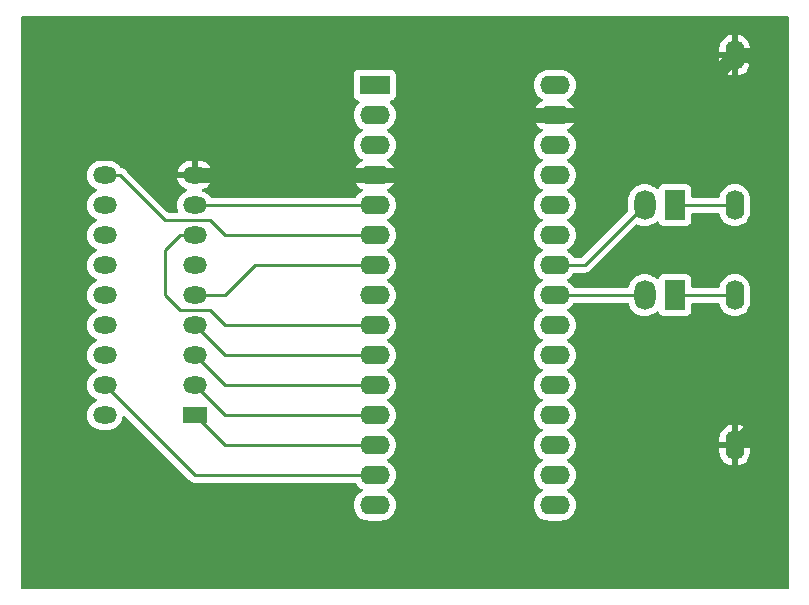
<source format=gbl>
G04 #@! TF.GenerationSoftware,KiCad,Pcbnew,6.0.2+dfsg-1*
G04 #@! TF.CreationDate,2025-06-03T01:46:33+02:00*
G04 #@! TF.ProjectId,ramtest2114,72616d74-6573-4743-9231-31342e6b6963,rev?*
G04 #@! TF.SameCoordinates,Original*
G04 #@! TF.FileFunction,Copper,L2,Bot*
G04 #@! TF.FilePolarity,Positive*
%FSLAX46Y46*%
G04 Gerber Fmt 4.6, Leading zero omitted, Abs format (unit mm)*
G04 Created by KiCad (PCBNEW 6.0.2+dfsg-1) date 2025-06-03 01:46:33*
%MOMM*%
%LPD*%
G01*
G04 APERTURE LIST*
G04 #@! TA.AperFunction,ComponentPad*
%ADD10R,2.000000X1.440000*%
G04 #@! TD*
G04 #@! TA.AperFunction,ComponentPad*
%ADD11O,2.000000X1.440000*%
G04 #@! TD*
G04 #@! TA.AperFunction,ComponentPad*
%ADD12O,1.600000X2.540000*%
G04 #@! TD*
G04 #@! TA.AperFunction,ComponentPad*
%ADD13R,1.800000X2.540000*%
G04 #@! TD*
G04 #@! TA.AperFunction,ComponentPad*
%ADD14O,1.800000X2.540000*%
G04 #@! TD*
G04 #@! TA.AperFunction,ComponentPad*
%ADD15R,2.540000X1.600000*%
G04 #@! TD*
G04 #@! TA.AperFunction,ComponentPad*
%ADD16O,2.540000X1.600000*%
G04 #@! TD*
G04 #@! TA.AperFunction,Conductor*
%ADD17C,0.250000*%
G04 #@! TD*
G04 #@! TA.AperFunction,Conductor*
%ADD18C,1.270000*%
G04 #@! TD*
G04 APERTURE END LIST*
D10*
X50800000Y-86360000D03*
D11*
X50800000Y-83820000D03*
X50800000Y-81280000D03*
X50800000Y-78740000D03*
X50800000Y-76200000D03*
X50800000Y-73660000D03*
X50800000Y-71120000D03*
X50800000Y-68580000D03*
X50800000Y-66040000D03*
X43180000Y-66040000D03*
X43180000Y-68580000D03*
X43180000Y-71120000D03*
X43180000Y-73660000D03*
X43180000Y-76200000D03*
X43180000Y-78740000D03*
X43180000Y-81280000D03*
X43180000Y-83820000D03*
X43180000Y-86360000D03*
D12*
X96520000Y-76200000D03*
X96520000Y-88900000D03*
D13*
X91440000Y-76200000D03*
D14*
X88900000Y-76200000D03*
D12*
X96520000Y-68580000D03*
X96520000Y-55880000D03*
D15*
X66040000Y-58420000D03*
D16*
X66040000Y-60960000D03*
X66040000Y-63500000D03*
X66040000Y-66040000D03*
X66040000Y-68580000D03*
X66040000Y-71120000D03*
X66040000Y-73660000D03*
X66040000Y-76200000D03*
X66040000Y-78740000D03*
X66040000Y-81280000D03*
X66040000Y-83820000D03*
X66040000Y-86360000D03*
X66040000Y-88900000D03*
X66040000Y-91440000D03*
X66040000Y-93980000D03*
X81280000Y-93980000D03*
X81280000Y-91440000D03*
X81280000Y-88900000D03*
X81280000Y-86360000D03*
X81280000Y-83820000D03*
X81280000Y-81280000D03*
X81280000Y-78740000D03*
X81280000Y-76200000D03*
X81280000Y-73660000D03*
X81280000Y-71120000D03*
X81280000Y-68580000D03*
X81280000Y-66040000D03*
X81280000Y-63500000D03*
X81280000Y-60960000D03*
X81280000Y-58420000D03*
D13*
X91440000Y-68580000D03*
D14*
X88900000Y-68580000D03*
D17*
X96520000Y-76200000D02*
X91440000Y-76200000D01*
X88900000Y-76200000D02*
X81280000Y-76200000D01*
X96520000Y-68580000D02*
X91440000Y-68580000D01*
X83820000Y-73660000D02*
X81280000Y-73660000D01*
X88900000Y-68580000D02*
X83820000Y-73660000D01*
D18*
X97790000Y-55880000D02*
X96520000Y-55880000D01*
X99060000Y-86360000D02*
X99060000Y-57150000D01*
X81280000Y-60960000D02*
X91440000Y-60960000D01*
X76200000Y-60960000D02*
X81280000Y-60960000D01*
X50800000Y-66040000D02*
X66040000Y-66040000D01*
X91440000Y-60960000D02*
X96520000Y-55880000D01*
X66040000Y-66040000D02*
X71120000Y-66040000D01*
X71120000Y-66040000D02*
X76200000Y-60960000D01*
X96520000Y-88900000D02*
X99060000Y-86360000D01*
X99060000Y-57150000D02*
X97790000Y-55880000D01*
D17*
X66040000Y-68580000D02*
X50800000Y-68580000D01*
X66040000Y-71120000D02*
X53340000Y-71120000D01*
X52070000Y-69850000D02*
X48260000Y-69850000D01*
X44450000Y-66040000D02*
X43180000Y-66040000D01*
X48260000Y-69850000D02*
X44450000Y-66040000D01*
X53340000Y-71120000D02*
X52070000Y-69850000D01*
X66040000Y-73660000D02*
X55880000Y-73660000D01*
X55880000Y-73660000D02*
X53340000Y-76200000D01*
X53340000Y-76200000D02*
X50800000Y-76200000D01*
X53340000Y-78740000D02*
X52070000Y-77470000D01*
X66040000Y-78740000D02*
X53340000Y-78740000D01*
X52070000Y-77470000D02*
X49530000Y-77470000D01*
X48260000Y-72390000D02*
X49530000Y-71120000D01*
X49530000Y-71120000D02*
X50800000Y-71120000D01*
X49530000Y-77470000D02*
X48260000Y-76200000D01*
X48260000Y-76200000D02*
X48260000Y-72390000D01*
X66040000Y-81280000D02*
X53340000Y-81280000D01*
X53340000Y-81280000D02*
X50800000Y-78740000D01*
X53340000Y-83820000D02*
X50800000Y-81280000D01*
X66040000Y-83820000D02*
X53340000Y-83820000D01*
X66040000Y-86360000D02*
X53340000Y-86360000D01*
X53340000Y-86360000D02*
X50800000Y-83820000D01*
X53340000Y-88900000D02*
X50800000Y-86360000D01*
X66040000Y-88900000D02*
X53340000Y-88900000D01*
X50800000Y-91440000D02*
X43180000Y-83820000D01*
X66040000Y-91440000D02*
X50800000Y-91440000D01*
G04 #@! TA.AperFunction,Conductor*
G36*
X101034121Y-52598002D02*
G01*
X101080614Y-52651658D01*
X101092000Y-52704000D01*
X101092000Y-100966000D01*
X101071998Y-101034121D01*
X101018342Y-101080614D01*
X100966000Y-101092000D01*
X36194000Y-101092000D01*
X36125879Y-101071998D01*
X36079386Y-101018342D01*
X36068000Y-100966000D01*
X36068000Y-86398744D01*
X41667143Y-86398744D01*
X41693488Y-86616452D01*
X41757970Y-86826054D01*
X41760540Y-86831034D01*
X41760542Y-86831038D01*
X41844395Y-86993500D01*
X41858550Y-87020924D01*
X41992049Y-87194903D01*
X41996194Y-87198674D01*
X41996197Y-87198678D01*
X42096225Y-87289696D01*
X42154248Y-87342493D01*
X42340018Y-87459026D01*
X42543489Y-87540821D01*
X42548981Y-87541958D01*
X42548983Y-87541959D01*
X42686641Y-87570467D01*
X42758229Y-87585292D01*
X42762840Y-87585558D01*
X42762841Y-87585558D01*
X42812046Y-87588395D01*
X42812050Y-87588395D01*
X42813869Y-87588500D01*
X43515643Y-87588500D01*
X43518430Y-87588251D01*
X43518436Y-87588251D01*
X43591332Y-87581745D01*
X43678428Y-87573972D01*
X43683842Y-87572491D01*
X43683847Y-87572490D01*
X43825391Y-87533767D01*
X43889952Y-87516105D01*
X43895010Y-87513693D01*
X43895014Y-87513691D01*
X43988918Y-87468901D01*
X44087885Y-87421696D01*
X44265972Y-87293728D01*
X44418583Y-87136245D01*
X44540894Y-86954227D01*
X44629040Y-86753425D01*
X44680234Y-86540188D01*
X44681723Y-86514356D01*
X44705612Y-86447501D01*
X44761854Y-86404172D01*
X44832593Y-86398129D01*
X44896609Y-86432513D01*
X50296343Y-91832247D01*
X50303887Y-91840537D01*
X50308000Y-91847018D01*
X50313777Y-91852443D01*
X50357667Y-91893658D01*
X50360509Y-91896413D01*
X50380230Y-91916134D01*
X50383425Y-91918612D01*
X50392447Y-91926318D01*
X50424679Y-91956586D01*
X50431628Y-91960406D01*
X50442432Y-91966346D01*
X50458956Y-91977199D01*
X50474959Y-91989613D01*
X50515543Y-92007176D01*
X50526173Y-92012383D01*
X50564940Y-92033695D01*
X50572617Y-92035666D01*
X50572622Y-92035668D01*
X50584558Y-92038732D01*
X50603266Y-92045137D01*
X50621855Y-92053181D01*
X50629680Y-92054420D01*
X50629682Y-92054421D01*
X50665519Y-92060097D01*
X50677140Y-92062504D01*
X50712289Y-92071528D01*
X50719970Y-92073500D01*
X50740231Y-92073500D01*
X50759940Y-92075051D01*
X50779943Y-92078219D01*
X50787835Y-92077473D01*
X50793062Y-92076979D01*
X50823954Y-92074059D01*
X50835811Y-92073500D01*
X64350606Y-92073500D01*
X64418727Y-92093502D01*
X64453819Y-92127229D01*
X64563802Y-92284300D01*
X64725700Y-92446198D01*
X64730208Y-92449355D01*
X64730211Y-92449357D01*
X64808389Y-92504098D01*
X64913251Y-92577523D01*
X64918233Y-92579846D01*
X64918238Y-92579849D01*
X64952457Y-92595805D01*
X65005742Y-92642722D01*
X65025203Y-92710999D01*
X65004661Y-92778959D01*
X64952457Y-92824195D01*
X64918238Y-92840151D01*
X64918233Y-92840154D01*
X64913251Y-92842477D01*
X64808389Y-92915902D01*
X64730211Y-92970643D01*
X64730208Y-92970645D01*
X64725700Y-92973802D01*
X64563802Y-93135700D01*
X64432477Y-93323251D01*
X64430154Y-93328233D01*
X64430151Y-93328238D01*
X64338039Y-93525775D01*
X64335716Y-93530757D01*
X64276457Y-93751913D01*
X64256502Y-93980000D01*
X64276457Y-94208087D01*
X64335716Y-94429243D01*
X64338039Y-94434224D01*
X64338039Y-94434225D01*
X64430151Y-94631762D01*
X64430154Y-94631767D01*
X64432477Y-94636749D01*
X64563802Y-94824300D01*
X64725700Y-94986198D01*
X64730208Y-94989355D01*
X64730211Y-94989357D01*
X64808389Y-95044098D01*
X64913251Y-95117523D01*
X64918233Y-95119846D01*
X64918238Y-95119849D01*
X65115775Y-95211961D01*
X65120757Y-95214284D01*
X65126065Y-95215706D01*
X65126067Y-95215707D01*
X65336598Y-95272119D01*
X65336600Y-95272119D01*
X65341913Y-95273543D01*
X65441480Y-95282254D01*
X65510149Y-95288262D01*
X65510156Y-95288262D01*
X65512873Y-95288500D01*
X66567127Y-95288500D01*
X66569844Y-95288262D01*
X66569851Y-95288262D01*
X66638520Y-95282254D01*
X66738087Y-95273543D01*
X66743400Y-95272119D01*
X66743402Y-95272119D01*
X66953933Y-95215707D01*
X66953935Y-95215706D01*
X66959243Y-95214284D01*
X66964225Y-95211961D01*
X67161762Y-95119849D01*
X67161767Y-95119846D01*
X67166749Y-95117523D01*
X67271611Y-95044098D01*
X67349789Y-94989357D01*
X67349792Y-94989355D01*
X67354300Y-94986198D01*
X67516198Y-94824300D01*
X67647523Y-94636749D01*
X67649846Y-94631767D01*
X67649849Y-94631762D01*
X67741961Y-94434225D01*
X67741961Y-94434224D01*
X67744284Y-94429243D01*
X67803543Y-94208087D01*
X67823498Y-93980000D01*
X79496502Y-93980000D01*
X79516457Y-94208087D01*
X79575716Y-94429243D01*
X79578039Y-94434224D01*
X79578039Y-94434225D01*
X79670151Y-94631762D01*
X79670154Y-94631767D01*
X79672477Y-94636749D01*
X79803802Y-94824300D01*
X79965700Y-94986198D01*
X79970208Y-94989355D01*
X79970211Y-94989357D01*
X80048389Y-95044098D01*
X80153251Y-95117523D01*
X80158233Y-95119846D01*
X80158238Y-95119849D01*
X80355775Y-95211961D01*
X80360757Y-95214284D01*
X80366065Y-95215706D01*
X80366067Y-95215707D01*
X80576598Y-95272119D01*
X80576600Y-95272119D01*
X80581913Y-95273543D01*
X80681480Y-95282254D01*
X80750149Y-95288262D01*
X80750156Y-95288262D01*
X80752873Y-95288500D01*
X81807127Y-95288500D01*
X81809844Y-95288262D01*
X81809851Y-95288262D01*
X81878520Y-95282254D01*
X81978087Y-95273543D01*
X81983400Y-95272119D01*
X81983402Y-95272119D01*
X82193933Y-95215707D01*
X82193935Y-95215706D01*
X82199243Y-95214284D01*
X82204225Y-95211961D01*
X82401762Y-95119849D01*
X82401767Y-95119846D01*
X82406749Y-95117523D01*
X82511611Y-95044098D01*
X82589789Y-94989357D01*
X82589792Y-94989355D01*
X82594300Y-94986198D01*
X82756198Y-94824300D01*
X82887523Y-94636749D01*
X82889846Y-94631767D01*
X82889849Y-94631762D01*
X82981961Y-94434225D01*
X82981961Y-94434224D01*
X82984284Y-94429243D01*
X83043543Y-94208087D01*
X83063498Y-93980000D01*
X83043543Y-93751913D01*
X82984284Y-93530757D01*
X82981961Y-93525775D01*
X82889849Y-93328238D01*
X82889846Y-93328233D01*
X82887523Y-93323251D01*
X82756198Y-93135700D01*
X82594300Y-92973802D01*
X82589792Y-92970645D01*
X82589789Y-92970643D01*
X82511611Y-92915902D01*
X82406749Y-92842477D01*
X82401767Y-92840154D01*
X82401762Y-92840151D01*
X82367543Y-92824195D01*
X82314258Y-92777278D01*
X82294797Y-92709001D01*
X82315339Y-92641041D01*
X82367543Y-92595805D01*
X82401762Y-92579849D01*
X82401767Y-92579846D01*
X82406749Y-92577523D01*
X82511611Y-92504098D01*
X82589789Y-92449357D01*
X82589792Y-92449355D01*
X82594300Y-92446198D01*
X82756198Y-92284300D01*
X82887523Y-92096749D01*
X82889846Y-92091767D01*
X82889849Y-92091762D01*
X82981961Y-91894225D01*
X82981961Y-91894224D01*
X82984284Y-91889243D01*
X83043543Y-91668087D01*
X83063498Y-91440000D01*
X83043543Y-91211913D01*
X82984284Y-90990757D01*
X82981961Y-90985775D01*
X82889849Y-90788238D01*
X82889846Y-90788233D01*
X82887523Y-90783251D01*
X82795268Y-90651498D01*
X82759357Y-90600211D01*
X82759355Y-90600208D01*
X82756198Y-90595700D01*
X82594300Y-90433802D01*
X82589792Y-90430645D01*
X82589789Y-90430643D01*
X82505918Y-90371916D01*
X82406749Y-90302477D01*
X82401767Y-90300154D01*
X82401762Y-90300151D01*
X82367543Y-90284195D01*
X82314258Y-90237278D01*
X82294797Y-90169001D01*
X82315339Y-90101041D01*
X82367543Y-90055805D01*
X82401762Y-90039849D01*
X82401767Y-90039846D01*
X82406749Y-90037523D01*
X82511611Y-89964098D01*
X82589789Y-89909357D01*
X82589792Y-89909355D01*
X82594300Y-89906198D01*
X82756198Y-89744300D01*
X82887523Y-89556749D01*
X82889846Y-89551767D01*
X82889849Y-89551762D01*
X82949255Y-89424365D01*
X95212000Y-89424365D01*
X95212238Y-89429830D01*
X95226472Y-89592519D01*
X95228375Y-89603312D01*
X95284764Y-89813761D01*
X95288510Y-89824053D01*
X95380586Y-90021511D01*
X95386069Y-90031007D01*
X95511028Y-90209467D01*
X95518084Y-90217875D01*
X95672125Y-90371916D01*
X95680533Y-90378972D01*
X95858993Y-90503931D01*
X95868489Y-90509414D01*
X96065947Y-90601490D01*
X96076239Y-90605236D01*
X96248503Y-90651394D01*
X96262599Y-90651058D01*
X96266000Y-90643116D01*
X96266000Y-90637967D01*
X96774000Y-90637967D01*
X96777973Y-90651498D01*
X96786522Y-90652727D01*
X96963761Y-90605236D01*
X96974053Y-90601490D01*
X97171511Y-90509414D01*
X97181007Y-90503931D01*
X97359467Y-90378972D01*
X97367875Y-90371916D01*
X97521916Y-90217875D01*
X97528972Y-90209467D01*
X97653931Y-90031007D01*
X97659414Y-90021511D01*
X97751490Y-89824053D01*
X97755236Y-89813761D01*
X97811625Y-89603312D01*
X97813528Y-89592519D01*
X97827762Y-89429830D01*
X97828000Y-89424365D01*
X97828000Y-89172115D01*
X97823525Y-89156876D01*
X97822135Y-89155671D01*
X97814452Y-89154000D01*
X96792115Y-89154000D01*
X96776876Y-89158475D01*
X96775671Y-89159865D01*
X96774000Y-89167548D01*
X96774000Y-90637967D01*
X96266000Y-90637967D01*
X96266000Y-89172115D01*
X96261525Y-89156876D01*
X96260135Y-89155671D01*
X96252452Y-89154000D01*
X95230115Y-89154000D01*
X95214876Y-89158475D01*
X95213671Y-89159865D01*
X95212000Y-89167548D01*
X95212000Y-89424365D01*
X82949255Y-89424365D01*
X82981961Y-89354225D01*
X82981961Y-89354224D01*
X82984284Y-89349243D01*
X83032970Y-89167548D01*
X83042119Y-89133402D01*
X83042119Y-89133400D01*
X83043543Y-89128087D01*
X83063498Y-88900000D01*
X83043543Y-88671913D01*
X83035028Y-88640135D01*
X83031746Y-88627885D01*
X95212000Y-88627885D01*
X95216475Y-88643124D01*
X95217865Y-88644329D01*
X95225548Y-88646000D01*
X96247885Y-88646000D01*
X96263124Y-88641525D01*
X96264329Y-88640135D01*
X96266000Y-88632452D01*
X96266000Y-88627885D01*
X96774000Y-88627885D01*
X96778475Y-88643124D01*
X96779865Y-88644329D01*
X96787548Y-88646000D01*
X97809885Y-88646000D01*
X97825124Y-88641525D01*
X97826329Y-88640135D01*
X97828000Y-88632452D01*
X97828000Y-88375635D01*
X97827762Y-88370170D01*
X97813528Y-88207481D01*
X97811625Y-88196688D01*
X97755236Y-87986239D01*
X97751490Y-87975947D01*
X97659414Y-87778489D01*
X97653931Y-87768993D01*
X97528972Y-87590533D01*
X97521916Y-87582125D01*
X97367875Y-87428084D01*
X97359467Y-87421028D01*
X97181007Y-87296069D01*
X97171511Y-87290586D01*
X96974053Y-87198510D01*
X96963761Y-87194764D01*
X96791497Y-87148606D01*
X96777401Y-87148942D01*
X96774000Y-87156884D01*
X96774000Y-88627885D01*
X96266000Y-88627885D01*
X96266000Y-87162033D01*
X96262027Y-87148502D01*
X96253478Y-87147273D01*
X96076239Y-87194764D01*
X96065947Y-87198510D01*
X95868489Y-87290586D01*
X95858993Y-87296069D01*
X95680533Y-87421028D01*
X95672125Y-87428084D01*
X95518084Y-87582125D01*
X95511028Y-87590533D01*
X95386069Y-87768993D01*
X95380586Y-87778489D01*
X95288510Y-87975947D01*
X95284764Y-87986239D01*
X95228375Y-88196688D01*
X95226472Y-88207481D01*
X95212238Y-88370170D01*
X95212000Y-88375635D01*
X95212000Y-88627885D01*
X83031746Y-88627885D01*
X82985707Y-88456067D01*
X82985706Y-88456065D01*
X82984284Y-88450757D01*
X82981961Y-88445775D01*
X82889849Y-88248238D01*
X82889846Y-88248233D01*
X82887523Y-88243251D01*
X82756198Y-88055700D01*
X82594300Y-87893802D01*
X82589792Y-87890645D01*
X82589789Y-87890643D01*
X82429616Y-87778489D01*
X82406749Y-87762477D01*
X82401767Y-87760154D01*
X82401762Y-87760151D01*
X82367543Y-87744195D01*
X82314258Y-87697278D01*
X82294797Y-87629001D01*
X82315339Y-87561041D01*
X82367543Y-87515805D01*
X82401762Y-87499849D01*
X82401767Y-87499846D01*
X82406749Y-87497523D01*
X82519714Y-87418424D01*
X82589789Y-87369357D01*
X82589792Y-87369355D01*
X82594300Y-87366198D01*
X82756198Y-87204300D01*
X82760253Y-87198510D01*
X82814098Y-87121611D01*
X82887523Y-87016749D01*
X82889846Y-87011767D01*
X82889849Y-87011762D01*
X82981961Y-86814225D01*
X82981961Y-86814224D01*
X82984284Y-86809243D01*
X82999241Y-86753425D01*
X83042119Y-86593402D01*
X83042119Y-86593400D01*
X83043543Y-86588087D01*
X83063498Y-86360000D01*
X83043543Y-86131913D01*
X83000702Y-85972029D01*
X82985707Y-85916067D01*
X82985706Y-85916065D01*
X82984284Y-85910757D01*
X82919078Y-85770921D01*
X82889849Y-85708238D01*
X82889846Y-85708233D01*
X82887523Y-85703251D01*
X82756198Y-85515700D01*
X82594300Y-85353802D01*
X82589792Y-85350645D01*
X82589789Y-85350643D01*
X82476558Y-85271358D01*
X82406749Y-85222477D01*
X82401767Y-85220154D01*
X82401762Y-85220151D01*
X82367543Y-85204195D01*
X82314258Y-85157278D01*
X82294797Y-85089001D01*
X82315339Y-85021041D01*
X82367543Y-84975805D01*
X82401762Y-84959849D01*
X82401767Y-84959846D01*
X82406749Y-84957523D01*
X82511611Y-84884098D01*
X82589789Y-84829357D01*
X82589792Y-84829355D01*
X82594300Y-84826198D01*
X82756198Y-84664300D01*
X82887523Y-84476749D01*
X82889846Y-84471767D01*
X82889849Y-84471762D01*
X82981961Y-84274225D01*
X82981961Y-84274224D01*
X82984284Y-84269243D01*
X82999241Y-84213425D01*
X83042119Y-84053402D01*
X83042119Y-84053400D01*
X83043543Y-84048087D01*
X83063498Y-83820000D01*
X83043543Y-83591913D01*
X83000702Y-83432029D01*
X82985707Y-83376067D01*
X82985706Y-83376065D01*
X82984284Y-83370757D01*
X82919078Y-83230921D01*
X82889849Y-83168238D01*
X82889846Y-83168233D01*
X82887523Y-83163251D01*
X82756198Y-82975700D01*
X82594300Y-82813802D01*
X82589792Y-82810645D01*
X82589789Y-82810643D01*
X82511593Y-82755890D01*
X82406749Y-82682477D01*
X82401767Y-82680154D01*
X82401762Y-82680151D01*
X82367543Y-82664195D01*
X82314258Y-82617278D01*
X82294797Y-82549001D01*
X82315339Y-82481041D01*
X82367543Y-82435805D01*
X82401762Y-82419849D01*
X82401767Y-82419846D01*
X82406749Y-82417523D01*
X82519714Y-82338424D01*
X82589789Y-82289357D01*
X82589792Y-82289355D01*
X82594300Y-82286198D01*
X82756198Y-82124300D01*
X82887523Y-81936749D01*
X82889846Y-81931767D01*
X82889849Y-81931762D01*
X82981961Y-81734225D01*
X82981961Y-81734224D01*
X82984284Y-81729243D01*
X82999241Y-81673425D01*
X83042119Y-81513402D01*
X83042119Y-81513400D01*
X83043543Y-81508087D01*
X83063498Y-81280000D01*
X83043543Y-81051913D01*
X83000702Y-80892029D01*
X82985707Y-80836067D01*
X82985706Y-80836065D01*
X82984284Y-80830757D01*
X82919078Y-80690921D01*
X82889849Y-80628238D01*
X82889846Y-80628233D01*
X82887523Y-80623251D01*
X82756198Y-80435700D01*
X82594300Y-80273802D01*
X82589792Y-80270645D01*
X82589789Y-80270643D01*
X82511593Y-80215890D01*
X82406749Y-80142477D01*
X82401767Y-80140154D01*
X82401762Y-80140151D01*
X82367543Y-80124195D01*
X82314258Y-80077278D01*
X82294797Y-80009001D01*
X82315339Y-79941041D01*
X82367543Y-79895805D01*
X82401762Y-79879849D01*
X82401767Y-79879846D01*
X82406749Y-79877523D01*
X82519714Y-79798424D01*
X82589789Y-79749357D01*
X82589792Y-79749355D01*
X82594300Y-79746198D01*
X82756198Y-79584300D01*
X82887523Y-79396749D01*
X82889846Y-79391767D01*
X82889849Y-79391762D01*
X82981961Y-79194225D01*
X82981961Y-79194224D01*
X82984284Y-79189243D01*
X82999241Y-79133425D01*
X83042119Y-78973402D01*
X83042119Y-78973400D01*
X83043543Y-78968087D01*
X83063498Y-78740000D01*
X83043543Y-78511913D01*
X83000702Y-78352029D01*
X82985707Y-78296067D01*
X82985706Y-78296065D01*
X82984284Y-78290757D01*
X82974121Y-78268962D01*
X82889849Y-78088238D01*
X82889846Y-78088233D01*
X82887523Y-78083251D01*
X82793208Y-77948556D01*
X82759357Y-77900211D01*
X82759355Y-77900208D01*
X82756198Y-77895700D01*
X82594300Y-77733802D01*
X82589792Y-77730645D01*
X82589789Y-77730643D01*
X82474066Y-77649613D01*
X82406749Y-77602477D01*
X82401767Y-77600154D01*
X82401762Y-77600151D01*
X82367543Y-77584195D01*
X82314258Y-77537278D01*
X82294797Y-77469001D01*
X82315339Y-77401041D01*
X82367543Y-77355805D01*
X82401762Y-77339849D01*
X82401767Y-77339846D01*
X82406749Y-77337523D01*
X82528004Y-77252619D01*
X82589789Y-77209357D01*
X82589792Y-77209355D01*
X82594300Y-77206198D01*
X82756198Y-77044300D01*
X82794123Y-76990138D01*
X82866181Y-76887229D01*
X82921638Y-76842901D01*
X82969394Y-76833500D01*
X87415718Y-76833500D01*
X87483839Y-76853502D01*
X87530332Y-76907158D01*
X87537677Y-76927845D01*
X87560303Y-77015016D01*
X87566668Y-77039540D01*
X87568860Y-77044406D01*
X87639987Y-77202301D01*
X87664843Y-77257480D01*
X87667822Y-77261904D01*
X87667822Y-77261905D01*
X87687734Y-77291482D01*
X87798334Y-77455762D01*
X87802013Y-77459619D01*
X87802015Y-77459621D01*
X87870089Y-77530981D01*
X87963326Y-77628718D01*
X88155100Y-77771402D01*
X88159851Y-77773818D01*
X88159855Y-77773820D01*
X88362832Y-77877018D01*
X88368172Y-77879733D01*
X88451822Y-77905707D01*
X88591349Y-77949032D01*
X88591355Y-77949033D01*
X88596452Y-77950616D01*
X88723883Y-77967506D01*
X88828127Y-77981323D01*
X88828131Y-77981323D01*
X88833411Y-77982023D01*
X88838740Y-77981823D01*
X88838741Y-77981823D01*
X88937075Y-77978131D01*
X89072274Y-77973055D01*
X89171435Y-77952249D01*
X89300984Y-77925067D01*
X89300987Y-77925066D01*
X89306211Y-77923970D01*
X89528533Y-77836171D01*
X89732883Y-77712168D01*
X89863671Y-77598676D01*
X89928230Y-77569137D01*
X89998511Y-77579191D01*
X90052200Y-77625646D01*
X90064233Y-77649613D01*
X90086232Y-77708295D01*
X90089385Y-77716705D01*
X90176739Y-77833261D01*
X90293295Y-77920615D01*
X90429684Y-77971745D01*
X90491866Y-77978500D01*
X92388134Y-77978500D01*
X92450316Y-77971745D01*
X92586705Y-77920615D01*
X92703261Y-77833261D01*
X92790615Y-77716705D01*
X92841745Y-77580316D01*
X92848500Y-77518134D01*
X92848500Y-76959500D01*
X92868502Y-76891379D01*
X92922158Y-76844886D01*
X92974500Y-76833500D01*
X95112468Y-76833500D01*
X95180589Y-76853502D01*
X95227082Y-76907158D01*
X95234173Y-76926884D01*
X95285716Y-77119243D01*
X95288039Y-77124224D01*
X95288039Y-77124225D01*
X95380151Y-77321762D01*
X95380154Y-77321767D01*
X95382477Y-77326749D01*
X95513802Y-77514300D01*
X95675700Y-77676198D01*
X95680208Y-77679355D01*
X95680211Y-77679357D01*
X95721539Y-77708295D01*
X95863251Y-77807523D01*
X95868233Y-77809846D01*
X95868238Y-77809849D01*
X96043991Y-77891803D01*
X96070757Y-77904284D01*
X96076065Y-77905706D01*
X96076067Y-77905707D01*
X96286598Y-77962119D01*
X96286600Y-77962119D01*
X96291913Y-77963543D01*
X96520000Y-77983498D01*
X96748087Y-77963543D01*
X96753400Y-77962119D01*
X96753402Y-77962119D01*
X96963933Y-77905707D01*
X96963935Y-77905706D01*
X96969243Y-77904284D01*
X96996009Y-77891803D01*
X97171762Y-77809849D01*
X97171767Y-77809846D01*
X97176749Y-77807523D01*
X97318461Y-77708295D01*
X97359789Y-77679357D01*
X97359792Y-77679355D01*
X97364300Y-77676198D01*
X97526198Y-77514300D01*
X97657523Y-77326749D01*
X97659846Y-77321767D01*
X97659849Y-77321762D01*
X97751961Y-77124225D01*
X97751961Y-77124224D01*
X97754284Y-77119243D01*
X97775872Y-77038678D01*
X97812119Y-76903402D01*
X97812119Y-76903400D01*
X97813543Y-76898087D01*
X97824250Y-76775707D01*
X97828262Y-76729851D01*
X97828262Y-76729844D01*
X97828500Y-76727127D01*
X97828500Y-75672873D01*
X97813543Y-75501913D01*
X97812119Y-75496598D01*
X97755707Y-75286067D01*
X97755706Y-75286065D01*
X97754284Y-75280757D01*
X97731746Y-75232423D01*
X97659849Y-75078238D01*
X97659846Y-75078233D01*
X97657523Y-75073251D01*
X97526198Y-74885700D01*
X97364300Y-74723802D01*
X97359792Y-74720645D01*
X97359789Y-74720643D01*
X97276468Y-74662301D01*
X97176749Y-74592477D01*
X97171767Y-74590154D01*
X97171762Y-74590151D01*
X96974225Y-74498039D01*
X96974224Y-74498039D01*
X96969243Y-74495716D01*
X96963935Y-74494294D01*
X96963933Y-74494293D01*
X96753402Y-74437881D01*
X96753400Y-74437881D01*
X96748087Y-74436457D01*
X96520000Y-74416502D01*
X96291913Y-74436457D01*
X96286600Y-74437881D01*
X96286598Y-74437881D01*
X96076067Y-74494293D01*
X96076065Y-74494294D01*
X96070757Y-74495716D01*
X96065776Y-74498039D01*
X96065775Y-74498039D01*
X95868238Y-74590151D01*
X95868233Y-74590154D01*
X95863251Y-74592477D01*
X95763532Y-74662301D01*
X95680211Y-74720643D01*
X95680208Y-74720645D01*
X95675700Y-74723802D01*
X95513802Y-74885700D01*
X95382477Y-75073251D01*
X95380154Y-75078233D01*
X95380151Y-75078238D01*
X95308254Y-75232423D01*
X95285716Y-75280757D01*
X95234591Y-75471560D01*
X95234175Y-75473111D01*
X95197223Y-75533734D01*
X95133363Y-75564755D01*
X95112468Y-75566500D01*
X92974500Y-75566500D01*
X92906379Y-75546498D01*
X92859886Y-75492842D01*
X92848500Y-75440500D01*
X92848500Y-74881866D01*
X92841745Y-74819684D01*
X92790615Y-74683295D01*
X92703261Y-74566739D01*
X92586705Y-74479385D01*
X92450316Y-74428255D01*
X92388134Y-74421500D01*
X90491866Y-74421500D01*
X90429684Y-74428255D01*
X90293295Y-74479385D01*
X90176739Y-74566739D01*
X90089385Y-74683295D01*
X90086233Y-74691703D01*
X90086232Y-74691705D01*
X90064920Y-74748555D01*
X90022279Y-74805320D01*
X89955717Y-74830020D01*
X89886369Y-74814813D01*
X89855767Y-74791297D01*
X89840352Y-74775138D01*
X89836674Y-74771282D01*
X89644900Y-74628598D01*
X89640149Y-74626182D01*
X89640145Y-74626180D01*
X89436586Y-74522686D01*
X89436585Y-74522686D01*
X89431828Y-74520267D01*
X89289362Y-74476030D01*
X89208651Y-74450968D01*
X89208645Y-74450967D01*
X89203548Y-74449384D01*
X89065064Y-74431029D01*
X88971873Y-74418677D01*
X88971869Y-74418677D01*
X88966589Y-74417977D01*
X88961260Y-74418177D01*
X88961259Y-74418177D01*
X88863491Y-74421848D01*
X88727726Y-74426945D01*
X88640816Y-74445181D01*
X88499016Y-74474933D01*
X88499013Y-74474934D01*
X88493789Y-74476030D01*
X88271467Y-74563829D01*
X88067117Y-74687832D01*
X88063087Y-74691329D01*
X87890813Y-74840821D01*
X87886581Y-74844493D01*
X87883198Y-74848619D01*
X87883194Y-74848623D01*
X87804795Y-74944238D01*
X87735022Y-75029333D01*
X87732383Y-75033969D01*
X87732381Y-75033972D01*
X87674366Y-75135890D01*
X87616773Y-75237066D01*
X87535216Y-75461753D01*
X87534266Y-75467005D01*
X87532877Y-75472154D01*
X87530676Y-75471560D01*
X87503203Y-75526393D01*
X87442131Y-75562598D01*
X87411016Y-75566500D01*
X82969394Y-75566500D01*
X82901273Y-75546498D01*
X82866181Y-75512771D01*
X82759357Y-75360211D01*
X82759355Y-75360208D01*
X82756198Y-75355700D01*
X82594300Y-75193802D01*
X82589792Y-75190645D01*
X82589789Y-75190643D01*
X82511593Y-75135890D01*
X82406749Y-75062477D01*
X82401767Y-75060154D01*
X82401762Y-75060151D01*
X82367543Y-75044195D01*
X82314258Y-74997278D01*
X82294797Y-74929001D01*
X82315339Y-74861041D01*
X82367543Y-74815805D01*
X82401762Y-74799849D01*
X82401767Y-74799846D01*
X82406749Y-74797523D01*
X82519714Y-74718424D01*
X82589789Y-74669357D01*
X82589792Y-74669355D01*
X82594300Y-74666198D01*
X82756198Y-74504300D01*
X82765895Y-74490452D01*
X82866181Y-74347229D01*
X82921638Y-74302901D01*
X82969394Y-74293500D01*
X83741233Y-74293500D01*
X83752416Y-74294027D01*
X83759909Y-74295702D01*
X83767835Y-74295453D01*
X83767836Y-74295453D01*
X83827986Y-74293562D01*
X83831945Y-74293500D01*
X83859856Y-74293500D01*
X83863791Y-74293003D01*
X83863856Y-74292995D01*
X83875693Y-74292062D01*
X83907951Y-74291048D01*
X83911970Y-74290922D01*
X83919889Y-74290673D01*
X83939343Y-74285021D01*
X83958700Y-74281013D01*
X83970930Y-74279468D01*
X83970931Y-74279468D01*
X83978797Y-74278474D01*
X83986168Y-74275555D01*
X83986170Y-74275555D01*
X84019912Y-74262196D01*
X84031142Y-74258351D01*
X84065983Y-74248229D01*
X84065984Y-74248229D01*
X84073593Y-74246018D01*
X84080412Y-74241985D01*
X84080417Y-74241983D01*
X84091028Y-74235707D01*
X84108776Y-74227012D01*
X84127617Y-74219552D01*
X84163387Y-74193564D01*
X84173307Y-74187048D01*
X84204535Y-74168580D01*
X84204538Y-74168578D01*
X84211362Y-74164542D01*
X84225683Y-74150221D01*
X84240717Y-74137380D01*
X84250694Y-74130131D01*
X84257107Y-74125472D01*
X84285298Y-74091395D01*
X84293288Y-74082616D01*
X88136438Y-70239467D01*
X88198750Y-70205441D01*
X88269566Y-70210506D01*
X88282629Y-70216241D01*
X88368172Y-70259733D01*
X88376900Y-70262443D01*
X88591349Y-70329032D01*
X88591355Y-70329033D01*
X88596452Y-70330616D01*
X88723883Y-70347506D01*
X88828127Y-70361323D01*
X88828131Y-70361323D01*
X88833411Y-70362023D01*
X88838740Y-70361823D01*
X88838741Y-70361823D01*
X88937075Y-70358131D01*
X89072274Y-70353055D01*
X89171425Y-70332251D01*
X89300984Y-70305067D01*
X89300987Y-70305066D01*
X89306211Y-70303970D01*
X89528533Y-70216171D01*
X89732883Y-70092168D01*
X89863671Y-69978676D01*
X89928230Y-69949137D01*
X89998511Y-69959191D01*
X90052200Y-70005646D01*
X90064233Y-70029613D01*
X90086232Y-70088295D01*
X90089385Y-70096705D01*
X90176739Y-70213261D01*
X90293295Y-70300615D01*
X90429684Y-70351745D01*
X90491866Y-70358500D01*
X92388134Y-70358500D01*
X92450316Y-70351745D01*
X92586705Y-70300615D01*
X92703261Y-70213261D01*
X92790615Y-70096705D01*
X92841745Y-69960316D01*
X92848500Y-69898134D01*
X92848500Y-69339500D01*
X92868502Y-69271379D01*
X92922158Y-69224886D01*
X92974500Y-69213500D01*
X95112468Y-69213500D01*
X95180589Y-69233502D01*
X95227082Y-69287158D01*
X95234173Y-69306884D01*
X95285716Y-69499243D01*
X95288039Y-69504224D01*
X95288039Y-69504225D01*
X95380151Y-69701762D01*
X95380154Y-69701767D01*
X95382477Y-69706749D01*
X95513802Y-69894300D01*
X95675700Y-70056198D01*
X95680208Y-70059355D01*
X95680211Y-70059357D01*
X95721539Y-70088295D01*
X95863251Y-70187523D01*
X95868233Y-70189846D01*
X95868238Y-70189849D01*
X96043991Y-70271803D01*
X96070757Y-70284284D01*
X96076065Y-70285706D01*
X96076067Y-70285707D01*
X96286598Y-70342119D01*
X96286600Y-70342119D01*
X96291913Y-70343543D01*
X96520000Y-70363498D01*
X96748087Y-70343543D01*
X96753400Y-70342119D01*
X96753402Y-70342119D01*
X96963933Y-70285707D01*
X96963935Y-70285706D01*
X96969243Y-70284284D01*
X96996009Y-70271803D01*
X97171762Y-70189849D01*
X97171767Y-70189846D01*
X97176749Y-70187523D01*
X97318461Y-70088295D01*
X97359789Y-70059357D01*
X97359792Y-70059355D01*
X97364300Y-70056198D01*
X97526198Y-69894300D01*
X97657523Y-69706749D01*
X97659846Y-69701767D01*
X97659849Y-69701762D01*
X97751961Y-69504225D01*
X97751961Y-69504224D01*
X97754284Y-69499243D01*
X97775872Y-69418678D01*
X97812119Y-69283402D01*
X97812119Y-69283400D01*
X97813543Y-69278087D01*
X97828500Y-69107127D01*
X97828500Y-68052873D01*
X97813543Y-67881913D01*
X97812119Y-67876598D01*
X97755707Y-67666067D01*
X97755706Y-67666065D01*
X97754284Y-67660757D01*
X97731746Y-67612423D01*
X97659849Y-67458238D01*
X97659846Y-67458233D01*
X97657523Y-67453251D01*
X97551441Y-67301750D01*
X97529357Y-67270211D01*
X97529355Y-67270208D01*
X97526198Y-67265700D01*
X97364300Y-67103802D01*
X97359792Y-67100645D01*
X97359789Y-67100643D01*
X97275918Y-67041916D01*
X97176749Y-66972477D01*
X97171767Y-66970154D01*
X97171762Y-66970151D01*
X96974225Y-66878039D01*
X96974224Y-66878039D01*
X96969243Y-66875716D01*
X96963935Y-66874294D01*
X96963933Y-66874293D01*
X96753402Y-66817881D01*
X96753400Y-66817881D01*
X96748087Y-66816457D01*
X96520000Y-66796502D01*
X96291913Y-66816457D01*
X96286600Y-66817881D01*
X96286598Y-66817881D01*
X96076067Y-66874293D01*
X96076065Y-66874294D01*
X96070757Y-66875716D01*
X96065776Y-66878039D01*
X96065775Y-66878039D01*
X95868238Y-66970151D01*
X95868233Y-66970154D01*
X95863251Y-66972477D01*
X95764082Y-67041916D01*
X95680211Y-67100643D01*
X95680208Y-67100645D01*
X95675700Y-67103802D01*
X95513802Y-67265700D01*
X95510645Y-67270208D01*
X95510643Y-67270211D01*
X95488559Y-67301750D01*
X95382477Y-67453251D01*
X95380154Y-67458233D01*
X95380151Y-67458238D01*
X95308254Y-67612423D01*
X95285716Y-67660757D01*
X95246153Y-67808409D01*
X95234175Y-67853111D01*
X95197223Y-67913734D01*
X95133363Y-67944755D01*
X95112468Y-67946500D01*
X92974500Y-67946500D01*
X92906379Y-67926498D01*
X92859886Y-67872842D01*
X92848500Y-67820500D01*
X92848500Y-67261866D01*
X92841745Y-67199684D01*
X92790615Y-67063295D01*
X92703261Y-66946739D01*
X92586705Y-66859385D01*
X92450316Y-66808255D01*
X92388134Y-66801500D01*
X90491866Y-66801500D01*
X90429684Y-66808255D01*
X90293295Y-66859385D01*
X90176739Y-66946739D01*
X90089385Y-67063295D01*
X90086233Y-67071703D01*
X90086232Y-67071705D01*
X90064920Y-67128555D01*
X90022279Y-67185320D01*
X89955717Y-67210020D01*
X89886369Y-67194813D01*
X89855767Y-67171297D01*
X89840352Y-67155138D01*
X89836674Y-67151282D01*
X89644900Y-67008598D01*
X89640149Y-67006182D01*
X89640145Y-67006180D01*
X89436586Y-66902686D01*
X89436585Y-66902686D01*
X89431828Y-66900267D01*
X89289362Y-66856030D01*
X89208651Y-66830968D01*
X89208645Y-66830967D01*
X89203548Y-66829384D01*
X89065064Y-66811029D01*
X88971873Y-66798677D01*
X88971869Y-66798677D01*
X88966589Y-66797977D01*
X88961260Y-66798177D01*
X88961259Y-66798177D01*
X88863491Y-66801848D01*
X88727726Y-66806945D01*
X88665688Y-66819962D01*
X88499016Y-66854933D01*
X88499013Y-66854934D01*
X88493789Y-66856030D01*
X88271467Y-66943829D01*
X88067117Y-67067832D01*
X88063087Y-67071329D01*
X87890813Y-67220821D01*
X87886581Y-67224493D01*
X87883198Y-67228619D01*
X87883194Y-67228623D01*
X87804795Y-67324238D01*
X87735022Y-67409333D01*
X87732383Y-67413969D01*
X87732381Y-67413972D01*
X87674366Y-67515890D01*
X87616773Y-67617066D01*
X87535216Y-67841753D01*
X87534267Y-67847002D01*
X87534266Y-67847005D01*
X87493420Y-68072885D01*
X87493419Y-68072893D01*
X87492682Y-68076969D01*
X87491500Y-68102032D01*
X87491500Y-69010012D01*
X87493009Y-69027792D01*
X87478838Y-69097360D01*
X87456555Y-69127541D01*
X83594500Y-72989595D01*
X83532188Y-73023621D01*
X83505405Y-73026500D01*
X82969394Y-73026500D01*
X82901273Y-73006498D01*
X82866181Y-72972771D01*
X82759357Y-72820211D01*
X82759355Y-72820208D01*
X82756198Y-72815700D01*
X82594300Y-72653802D01*
X82589792Y-72650645D01*
X82589789Y-72650643D01*
X82511593Y-72595890D01*
X82406749Y-72522477D01*
X82401767Y-72520154D01*
X82401762Y-72520151D01*
X82367543Y-72504195D01*
X82314258Y-72457278D01*
X82294797Y-72389001D01*
X82315339Y-72321041D01*
X82367543Y-72275805D01*
X82401762Y-72259849D01*
X82401767Y-72259846D01*
X82406749Y-72257523D01*
X82542290Y-72162616D01*
X82589789Y-72129357D01*
X82589792Y-72129355D01*
X82594300Y-72126198D01*
X82756198Y-71964300D01*
X82771118Y-71942993D01*
X82814098Y-71881611D01*
X82887523Y-71776749D01*
X82889846Y-71771767D01*
X82889849Y-71771762D01*
X82981961Y-71574225D01*
X82981961Y-71574224D01*
X82984284Y-71569243D01*
X82999241Y-71513425D01*
X83042119Y-71353402D01*
X83042119Y-71353400D01*
X83043543Y-71348087D01*
X83063498Y-71120000D01*
X83043543Y-70891913D01*
X83000702Y-70732029D01*
X82985707Y-70676067D01*
X82985706Y-70676065D01*
X82984284Y-70670757D01*
X82968448Y-70636796D01*
X82889849Y-70468238D01*
X82889846Y-70468233D01*
X82887523Y-70463251D01*
X82793542Y-70329032D01*
X82759357Y-70280211D01*
X82759355Y-70280208D01*
X82756198Y-70275700D01*
X82594300Y-70113802D01*
X82589792Y-70110645D01*
X82589789Y-70110643D01*
X82474066Y-70029613D01*
X82406749Y-69982477D01*
X82401767Y-69980154D01*
X82401762Y-69980151D01*
X82367543Y-69964195D01*
X82314258Y-69917278D01*
X82294797Y-69849001D01*
X82315339Y-69781041D01*
X82367543Y-69735805D01*
X82401762Y-69719849D01*
X82401767Y-69719846D01*
X82406749Y-69717523D01*
X82519714Y-69638424D01*
X82589789Y-69589357D01*
X82589792Y-69589355D01*
X82594300Y-69586198D01*
X82756198Y-69424300D01*
X82887523Y-69236749D01*
X82889846Y-69231767D01*
X82889849Y-69231762D01*
X82981961Y-69034225D01*
X82981961Y-69034224D01*
X82984284Y-69029243D01*
X82999241Y-68973425D01*
X83042119Y-68813402D01*
X83042119Y-68813400D01*
X83043543Y-68808087D01*
X83063498Y-68580000D01*
X83043543Y-68351913D01*
X83000702Y-68192029D01*
X82985707Y-68136067D01*
X82985706Y-68136065D01*
X82984284Y-68130757D01*
X82971583Y-68103519D01*
X82889849Y-67928238D01*
X82889846Y-67928233D01*
X82887523Y-67923251D01*
X82756198Y-67735700D01*
X82594300Y-67573802D01*
X82589792Y-67570645D01*
X82589789Y-67570643D01*
X82511593Y-67515890D01*
X82406749Y-67442477D01*
X82401767Y-67440154D01*
X82401762Y-67440151D01*
X82367543Y-67424195D01*
X82314258Y-67377278D01*
X82294797Y-67309001D01*
X82315339Y-67241041D01*
X82367543Y-67195805D01*
X82401762Y-67179849D01*
X82401767Y-67179846D01*
X82406749Y-67177523D01*
X82520331Y-67097992D01*
X82589789Y-67049357D01*
X82589792Y-67049355D01*
X82594300Y-67046198D01*
X82756198Y-66884300D01*
X82769873Y-66864771D01*
X82817675Y-66796502D01*
X82887523Y-66696749D01*
X82889846Y-66691767D01*
X82889849Y-66691762D01*
X82981961Y-66494225D01*
X82981961Y-66494224D01*
X82984284Y-66489243D01*
X83035500Y-66298106D01*
X83042119Y-66273402D01*
X83042119Y-66273400D01*
X83043543Y-66268087D01*
X83063498Y-66040000D01*
X83043543Y-65811913D01*
X83035535Y-65782027D01*
X82985707Y-65596067D01*
X82985706Y-65596065D01*
X82984284Y-65590757D01*
X82979034Y-65579498D01*
X82889849Y-65388238D01*
X82889846Y-65388233D01*
X82887523Y-65383251D01*
X82756198Y-65195700D01*
X82594300Y-65033802D01*
X82589792Y-65030645D01*
X82589789Y-65030643D01*
X82511593Y-64975890D01*
X82406749Y-64902477D01*
X82401767Y-64900154D01*
X82401762Y-64900151D01*
X82367543Y-64884195D01*
X82314258Y-64837278D01*
X82294797Y-64769001D01*
X82315339Y-64701041D01*
X82367543Y-64655805D01*
X82401762Y-64639849D01*
X82401767Y-64639846D01*
X82406749Y-64637523D01*
X82511611Y-64564098D01*
X82589789Y-64509357D01*
X82589792Y-64509355D01*
X82594300Y-64506198D01*
X82756198Y-64344300D01*
X82887523Y-64156749D01*
X82889846Y-64151767D01*
X82889849Y-64151762D01*
X82981961Y-63954225D01*
X82981961Y-63954224D01*
X82984284Y-63949243D01*
X83043543Y-63728087D01*
X83063498Y-63500000D01*
X83043543Y-63271913D01*
X82984284Y-63050757D01*
X82981961Y-63045775D01*
X82889849Y-62848238D01*
X82889846Y-62848233D01*
X82887523Y-62843251D01*
X82756198Y-62655700D01*
X82594300Y-62493802D01*
X82589792Y-62490645D01*
X82589789Y-62490643D01*
X82511611Y-62435902D01*
X82406749Y-62362477D01*
X82401767Y-62360154D01*
X82401762Y-62360151D01*
X82366951Y-62343919D01*
X82313666Y-62297002D01*
X82294205Y-62228725D01*
X82314747Y-62160765D01*
X82366951Y-62115529D01*
X82401511Y-62099414D01*
X82411007Y-62093931D01*
X82589467Y-61968972D01*
X82597875Y-61961916D01*
X82751916Y-61807875D01*
X82758972Y-61799467D01*
X82883931Y-61621007D01*
X82889414Y-61611511D01*
X82981490Y-61414053D01*
X82985236Y-61403761D01*
X83031394Y-61231497D01*
X83031058Y-61217401D01*
X83023116Y-61214000D01*
X79542033Y-61214000D01*
X79528502Y-61217973D01*
X79527273Y-61226522D01*
X79574764Y-61403761D01*
X79578510Y-61414053D01*
X79670586Y-61611511D01*
X79676069Y-61621007D01*
X79801028Y-61799467D01*
X79808084Y-61807875D01*
X79962125Y-61961916D01*
X79970533Y-61968972D01*
X80148993Y-62093931D01*
X80158489Y-62099414D01*
X80193049Y-62115529D01*
X80246334Y-62162446D01*
X80265795Y-62230723D01*
X80245253Y-62298683D01*
X80193049Y-62343919D01*
X80158238Y-62360151D01*
X80158233Y-62360154D01*
X80153251Y-62362477D01*
X80048389Y-62435902D01*
X79970211Y-62490643D01*
X79970208Y-62490645D01*
X79965700Y-62493802D01*
X79803802Y-62655700D01*
X79672477Y-62843251D01*
X79670154Y-62848233D01*
X79670151Y-62848238D01*
X79578039Y-63045775D01*
X79575716Y-63050757D01*
X79516457Y-63271913D01*
X79496502Y-63500000D01*
X79516457Y-63728087D01*
X79575716Y-63949243D01*
X79578039Y-63954224D01*
X79578039Y-63954225D01*
X79670151Y-64151762D01*
X79670154Y-64151767D01*
X79672477Y-64156749D01*
X79803802Y-64344300D01*
X79965700Y-64506198D01*
X79970208Y-64509355D01*
X79970211Y-64509357D01*
X80048389Y-64564098D01*
X80153251Y-64637523D01*
X80158233Y-64639846D01*
X80158238Y-64639849D01*
X80192457Y-64655805D01*
X80245742Y-64702722D01*
X80265203Y-64770999D01*
X80244661Y-64838959D01*
X80192457Y-64884195D01*
X80158238Y-64900151D01*
X80158233Y-64900154D01*
X80153251Y-64902477D01*
X80048407Y-64975890D01*
X79970211Y-65030643D01*
X79970208Y-65030645D01*
X79965700Y-65033802D01*
X79803802Y-65195700D01*
X79672477Y-65383251D01*
X79670154Y-65388233D01*
X79670151Y-65388238D01*
X79580966Y-65579498D01*
X79575716Y-65590757D01*
X79574294Y-65596065D01*
X79574293Y-65596067D01*
X79524465Y-65782027D01*
X79516457Y-65811913D01*
X79496502Y-66040000D01*
X79516457Y-66268087D01*
X79517881Y-66273400D01*
X79517881Y-66273402D01*
X79524501Y-66298106D01*
X79575716Y-66489243D01*
X79578039Y-66494224D01*
X79578039Y-66494225D01*
X79670151Y-66691762D01*
X79670154Y-66691767D01*
X79672477Y-66696749D01*
X79742325Y-66796502D01*
X79790128Y-66864771D01*
X79803802Y-66884300D01*
X79965700Y-67046198D01*
X79970208Y-67049355D01*
X79970211Y-67049357D01*
X80039669Y-67097992D01*
X80153251Y-67177523D01*
X80158233Y-67179846D01*
X80158238Y-67179849D01*
X80192457Y-67195805D01*
X80245742Y-67242722D01*
X80265203Y-67310999D01*
X80244661Y-67378959D01*
X80192457Y-67424195D01*
X80158238Y-67440151D01*
X80158233Y-67440154D01*
X80153251Y-67442477D01*
X80048407Y-67515890D01*
X79970211Y-67570643D01*
X79970208Y-67570645D01*
X79965700Y-67573802D01*
X79803802Y-67735700D01*
X79672477Y-67923251D01*
X79670154Y-67928233D01*
X79670151Y-67928238D01*
X79588417Y-68103519D01*
X79575716Y-68130757D01*
X79574294Y-68136065D01*
X79574293Y-68136067D01*
X79559298Y-68192029D01*
X79516457Y-68351913D01*
X79496502Y-68580000D01*
X79516457Y-68808087D01*
X79517881Y-68813400D01*
X79517881Y-68813402D01*
X79560760Y-68973425D01*
X79575716Y-69029243D01*
X79578039Y-69034224D01*
X79578039Y-69034225D01*
X79670151Y-69231762D01*
X79670154Y-69231767D01*
X79672477Y-69236749D01*
X79803802Y-69424300D01*
X79965700Y-69586198D01*
X79970208Y-69589355D01*
X79970211Y-69589357D01*
X80040286Y-69638424D01*
X80153251Y-69717523D01*
X80158233Y-69719846D01*
X80158238Y-69719849D01*
X80192457Y-69735805D01*
X80245742Y-69782722D01*
X80265203Y-69850999D01*
X80244661Y-69918959D01*
X80192457Y-69964195D01*
X80158238Y-69980151D01*
X80158233Y-69980154D01*
X80153251Y-69982477D01*
X80085934Y-70029613D01*
X79970211Y-70110643D01*
X79970208Y-70110645D01*
X79965700Y-70113802D01*
X79803802Y-70275700D01*
X79800645Y-70280208D01*
X79800643Y-70280211D01*
X79766458Y-70329032D01*
X79672477Y-70463251D01*
X79670154Y-70468233D01*
X79670151Y-70468238D01*
X79591552Y-70636796D01*
X79575716Y-70670757D01*
X79574294Y-70676065D01*
X79574293Y-70676067D01*
X79559298Y-70732029D01*
X79516457Y-70891913D01*
X79496502Y-71120000D01*
X79516457Y-71348087D01*
X79517881Y-71353400D01*
X79517881Y-71353402D01*
X79560760Y-71513425D01*
X79575716Y-71569243D01*
X79578039Y-71574224D01*
X79578039Y-71574225D01*
X79670151Y-71771762D01*
X79670154Y-71771767D01*
X79672477Y-71776749D01*
X79745902Y-71881611D01*
X79788883Y-71942993D01*
X79803802Y-71964300D01*
X79965700Y-72126198D01*
X79970208Y-72129355D01*
X79970211Y-72129357D01*
X80017710Y-72162616D01*
X80153251Y-72257523D01*
X80158233Y-72259846D01*
X80158238Y-72259849D01*
X80192457Y-72275805D01*
X80245742Y-72322722D01*
X80265203Y-72390999D01*
X80244661Y-72458959D01*
X80192457Y-72504195D01*
X80158238Y-72520151D01*
X80158233Y-72520154D01*
X80153251Y-72522477D01*
X80048407Y-72595890D01*
X79970211Y-72650643D01*
X79970208Y-72650645D01*
X79965700Y-72653802D01*
X79803802Y-72815700D01*
X79672477Y-73003251D01*
X79670154Y-73008233D01*
X79670151Y-73008238D01*
X79585879Y-73188962D01*
X79575716Y-73210757D01*
X79574294Y-73216065D01*
X79574293Y-73216067D01*
X79559298Y-73272029D01*
X79516457Y-73431913D01*
X79496502Y-73660000D01*
X79516457Y-73888087D01*
X79517881Y-73893400D01*
X79517881Y-73893402D01*
X79570934Y-74091395D01*
X79575716Y-74109243D01*
X79578039Y-74114224D01*
X79578039Y-74114225D01*
X79670151Y-74311762D01*
X79670154Y-74311767D01*
X79672477Y-74316749D01*
X79742325Y-74416502D01*
X79790128Y-74484771D01*
X79803802Y-74504300D01*
X79965700Y-74666198D01*
X79970208Y-74669355D01*
X79970211Y-74669357D01*
X80040286Y-74718424D01*
X80153251Y-74797523D01*
X80158233Y-74799846D01*
X80158238Y-74799849D01*
X80192457Y-74815805D01*
X80245742Y-74862722D01*
X80265203Y-74930999D01*
X80244661Y-74998959D01*
X80192457Y-75044195D01*
X80158238Y-75060151D01*
X80158233Y-75060154D01*
X80153251Y-75062477D01*
X80048407Y-75135890D01*
X79970211Y-75190643D01*
X79970208Y-75190645D01*
X79965700Y-75193802D01*
X79803802Y-75355700D01*
X79672477Y-75543251D01*
X79670154Y-75548233D01*
X79670151Y-75548238D01*
X79610756Y-75675613D01*
X79575716Y-75750757D01*
X79574294Y-75756065D01*
X79574293Y-75756067D01*
X79525494Y-75938186D01*
X79516457Y-75971913D01*
X79496502Y-76200000D01*
X79516457Y-76428087D01*
X79517881Y-76433400D01*
X79517881Y-76433402D01*
X79573818Y-76642158D01*
X79575716Y-76649243D01*
X79578039Y-76654224D01*
X79578039Y-76654225D01*
X79670151Y-76851762D01*
X79670154Y-76851767D01*
X79672477Y-76856749D01*
X79803802Y-77044300D01*
X79965700Y-77206198D01*
X79970208Y-77209355D01*
X79970211Y-77209357D01*
X80031996Y-77252619D01*
X80153251Y-77337523D01*
X80158233Y-77339846D01*
X80158238Y-77339849D01*
X80192457Y-77355805D01*
X80245742Y-77402722D01*
X80265203Y-77470999D01*
X80244661Y-77538959D01*
X80192457Y-77584195D01*
X80158238Y-77600151D01*
X80158233Y-77600154D01*
X80153251Y-77602477D01*
X80085934Y-77649613D01*
X79970211Y-77730643D01*
X79970208Y-77730645D01*
X79965700Y-77733802D01*
X79803802Y-77895700D01*
X79800645Y-77900208D01*
X79800643Y-77900211D01*
X79766792Y-77948556D01*
X79672477Y-78083251D01*
X79670154Y-78088233D01*
X79670151Y-78088238D01*
X79585879Y-78268962D01*
X79575716Y-78290757D01*
X79574294Y-78296065D01*
X79574293Y-78296067D01*
X79559298Y-78352029D01*
X79516457Y-78511913D01*
X79496502Y-78740000D01*
X79516457Y-78968087D01*
X79517881Y-78973400D01*
X79517881Y-78973402D01*
X79560760Y-79133425D01*
X79575716Y-79189243D01*
X79578039Y-79194224D01*
X79578039Y-79194225D01*
X79670151Y-79391762D01*
X79670154Y-79391767D01*
X79672477Y-79396749D01*
X79803802Y-79584300D01*
X79965700Y-79746198D01*
X79970208Y-79749355D01*
X79970211Y-79749357D01*
X80040286Y-79798424D01*
X80153251Y-79877523D01*
X80158233Y-79879846D01*
X80158238Y-79879849D01*
X80192457Y-79895805D01*
X80245742Y-79942722D01*
X80265203Y-80010999D01*
X80244661Y-80078959D01*
X80192457Y-80124195D01*
X80158238Y-80140151D01*
X80158233Y-80140154D01*
X80153251Y-80142477D01*
X80048407Y-80215890D01*
X79970211Y-80270643D01*
X79970208Y-80270645D01*
X79965700Y-80273802D01*
X79803802Y-80435700D01*
X79672477Y-80623251D01*
X79670154Y-80628233D01*
X79670151Y-80628238D01*
X79640922Y-80690921D01*
X79575716Y-80830757D01*
X79574294Y-80836065D01*
X79574293Y-80836067D01*
X79559298Y-80892029D01*
X79516457Y-81051913D01*
X79496502Y-81280000D01*
X79516457Y-81508087D01*
X79517881Y-81513400D01*
X79517881Y-81513402D01*
X79560760Y-81673425D01*
X79575716Y-81729243D01*
X79578039Y-81734224D01*
X79578039Y-81734225D01*
X79670151Y-81931762D01*
X79670154Y-81931767D01*
X79672477Y-81936749D01*
X79803802Y-82124300D01*
X79965700Y-82286198D01*
X79970208Y-82289355D01*
X79970211Y-82289357D01*
X80040286Y-82338424D01*
X80153251Y-82417523D01*
X80158233Y-82419846D01*
X80158238Y-82419849D01*
X80192457Y-82435805D01*
X80245742Y-82482722D01*
X80265203Y-82550999D01*
X80244661Y-82618959D01*
X80192457Y-82664195D01*
X80158238Y-82680151D01*
X80158233Y-82680154D01*
X80153251Y-82682477D01*
X80048407Y-82755890D01*
X79970211Y-82810643D01*
X79970208Y-82810645D01*
X79965700Y-82813802D01*
X79803802Y-82975700D01*
X79672477Y-83163251D01*
X79670154Y-83168233D01*
X79670151Y-83168238D01*
X79640922Y-83230921D01*
X79575716Y-83370757D01*
X79574294Y-83376065D01*
X79574293Y-83376067D01*
X79559298Y-83432029D01*
X79516457Y-83591913D01*
X79496502Y-83820000D01*
X79516457Y-84048087D01*
X79517881Y-84053400D01*
X79517881Y-84053402D01*
X79560760Y-84213425D01*
X79575716Y-84269243D01*
X79578039Y-84274224D01*
X79578039Y-84274225D01*
X79670151Y-84471762D01*
X79670154Y-84471767D01*
X79672477Y-84476749D01*
X79803802Y-84664300D01*
X79965700Y-84826198D01*
X79970208Y-84829355D01*
X79970211Y-84829357D01*
X80048389Y-84884098D01*
X80153251Y-84957523D01*
X80158233Y-84959846D01*
X80158238Y-84959849D01*
X80192457Y-84975805D01*
X80245742Y-85022722D01*
X80265203Y-85090999D01*
X80244661Y-85158959D01*
X80192457Y-85204195D01*
X80158238Y-85220151D01*
X80158233Y-85220154D01*
X80153251Y-85222477D01*
X80083442Y-85271358D01*
X79970211Y-85350643D01*
X79970208Y-85350645D01*
X79965700Y-85353802D01*
X79803802Y-85515700D01*
X79672477Y-85703251D01*
X79670154Y-85708233D01*
X79670151Y-85708238D01*
X79640922Y-85770921D01*
X79575716Y-85910757D01*
X79574294Y-85916065D01*
X79574293Y-85916067D01*
X79559298Y-85972029D01*
X79516457Y-86131913D01*
X79496502Y-86360000D01*
X79516457Y-86588087D01*
X79517881Y-86593400D01*
X79517881Y-86593402D01*
X79560760Y-86753425D01*
X79575716Y-86809243D01*
X79578039Y-86814224D01*
X79578039Y-86814225D01*
X79670151Y-87011762D01*
X79670154Y-87011767D01*
X79672477Y-87016749D01*
X79745902Y-87121611D01*
X79799748Y-87198510D01*
X79803802Y-87204300D01*
X79965700Y-87366198D01*
X79970208Y-87369355D01*
X79970211Y-87369357D01*
X80040286Y-87418424D01*
X80153251Y-87497523D01*
X80158233Y-87499846D01*
X80158238Y-87499849D01*
X80192457Y-87515805D01*
X80245742Y-87562722D01*
X80265203Y-87630999D01*
X80244661Y-87698959D01*
X80192457Y-87744195D01*
X80158238Y-87760151D01*
X80158233Y-87760154D01*
X80153251Y-87762477D01*
X80130384Y-87778489D01*
X79970211Y-87890643D01*
X79970208Y-87890645D01*
X79965700Y-87893802D01*
X79803802Y-88055700D01*
X79672477Y-88243251D01*
X79670154Y-88248233D01*
X79670151Y-88248238D01*
X79578039Y-88445775D01*
X79575716Y-88450757D01*
X79574294Y-88456065D01*
X79574293Y-88456067D01*
X79524972Y-88640135D01*
X79516457Y-88671913D01*
X79496502Y-88900000D01*
X79516457Y-89128087D01*
X79517881Y-89133400D01*
X79517881Y-89133402D01*
X79527031Y-89167548D01*
X79575716Y-89349243D01*
X79578039Y-89354224D01*
X79578039Y-89354225D01*
X79670151Y-89551762D01*
X79670154Y-89551767D01*
X79672477Y-89556749D01*
X79803802Y-89744300D01*
X79965700Y-89906198D01*
X79970208Y-89909355D01*
X79970211Y-89909357D01*
X80048389Y-89964098D01*
X80153251Y-90037523D01*
X80158233Y-90039846D01*
X80158238Y-90039849D01*
X80192457Y-90055805D01*
X80245742Y-90102722D01*
X80265203Y-90170999D01*
X80244661Y-90238959D01*
X80192457Y-90284195D01*
X80158238Y-90300151D01*
X80158233Y-90300154D01*
X80153251Y-90302477D01*
X80054082Y-90371916D01*
X79970211Y-90430643D01*
X79970208Y-90430645D01*
X79965700Y-90433802D01*
X79803802Y-90595700D01*
X79800645Y-90600208D01*
X79800643Y-90600211D01*
X79764732Y-90651498D01*
X79672477Y-90783251D01*
X79670154Y-90788233D01*
X79670151Y-90788238D01*
X79578039Y-90985775D01*
X79575716Y-90990757D01*
X79516457Y-91211913D01*
X79496502Y-91440000D01*
X79516457Y-91668087D01*
X79575716Y-91889243D01*
X79578039Y-91894224D01*
X79578039Y-91894225D01*
X79670151Y-92091762D01*
X79670154Y-92091767D01*
X79672477Y-92096749D01*
X79803802Y-92284300D01*
X79965700Y-92446198D01*
X79970208Y-92449355D01*
X79970211Y-92449357D01*
X80048389Y-92504098D01*
X80153251Y-92577523D01*
X80158233Y-92579846D01*
X80158238Y-92579849D01*
X80192457Y-92595805D01*
X80245742Y-92642722D01*
X80265203Y-92710999D01*
X80244661Y-92778959D01*
X80192457Y-92824195D01*
X80158238Y-92840151D01*
X80158233Y-92840154D01*
X80153251Y-92842477D01*
X80048389Y-92915902D01*
X79970211Y-92970643D01*
X79970208Y-92970645D01*
X79965700Y-92973802D01*
X79803802Y-93135700D01*
X79672477Y-93323251D01*
X79670154Y-93328233D01*
X79670151Y-93328238D01*
X79578039Y-93525775D01*
X79575716Y-93530757D01*
X79516457Y-93751913D01*
X79496502Y-93980000D01*
X67823498Y-93980000D01*
X67803543Y-93751913D01*
X67744284Y-93530757D01*
X67741961Y-93525775D01*
X67649849Y-93328238D01*
X67649846Y-93328233D01*
X67647523Y-93323251D01*
X67516198Y-93135700D01*
X67354300Y-92973802D01*
X67349792Y-92970645D01*
X67349789Y-92970643D01*
X67271611Y-92915902D01*
X67166749Y-92842477D01*
X67161767Y-92840154D01*
X67161762Y-92840151D01*
X67127543Y-92824195D01*
X67074258Y-92777278D01*
X67054797Y-92709001D01*
X67075339Y-92641041D01*
X67127543Y-92595805D01*
X67161762Y-92579849D01*
X67161767Y-92579846D01*
X67166749Y-92577523D01*
X67271611Y-92504098D01*
X67349789Y-92449357D01*
X67349792Y-92449355D01*
X67354300Y-92446198D01*
X67516198Y-92284300D01*
X67647523Y-92096749D01*
X67649846Y-92091767D01*
X67649849Y-92091762D01*
X67741961Y-91894225D01*
X67741961Y-91894224D01*
X67744284Y-91889243D01*
X67803543Y-91668087D01*
X67823498Y-91440000D01*
X67803543Y-91211913D01*
X67744284Y-90990757D01*
X67741961Y-90985775D01*
X67649849Y-90788238D01*
X67649846Y-90788233D01*
X67647523Y-90783251D01*
X67555268Y-90651498D01*
X67519357Y-90600211D01*
X67519355Y-90600208D01*
X67516198Y-90595700D01*
X67354300Y-90433802D01*
X67349792Y-90430645D01*
X67349789Y-90430643D01*
X67265918Y-90371916D01*
X67166749Y-90302477D01*
X67161767Y-90300154D01*
X67161762Y-90300151D01*
X67127543Y-90284195D01*
X67074258Y-90237278D01*
X67054797Y-90169001D01*
X67075339Y-90101041D01*
X67127543Y-90055805D01*
X67161762Y-90039849D01*
X67161767Y-90039846D01*
X67166749Y-90037523D01*
X67271611Y-89964098D01*
X67349789Y-89909357D01*
X67349792Y-89909355D01*
X67354300Y-89906198D01*
X67516198Y-89744300D01*
X67647523Y-89556749D01*
X67649846Y-89551767D01*
X67649849Y-89551762D01*
X67741961Y-89354225D01*
X67741961Y-89354224D01*
X67744284Y-89349243D01*
X67792970Y-89167548D01*
X67802119Y-89133402D01*
X67802119Y-89133400D01*
X67803543Y-89128087D01*
X67823498Y-88900000D01*
X67803543Y-88671913D01*
X67795028Y-88640135D01*
X67745707Y-88456067D01*
X67745706Y-88456065D01*
X67744284Y-88450757D01*
X67741961Y-88445775D01*
X67649849Y-88248238D01*
X67649846Y-88248233D01*
X67647523Y-88243251D01*
X67516198Y-88055700D01*
X67354300Y-87893802D01*
X67349792Y-87890645D01*
X67349789Y-87890643D01*
X67189616Y-87778489D01*
X67166749Y-87762477D01*
X67161767Y-87760154D01*
X67161762Y-87760151D01*
X67127543Y-87744195D01*
X67074258Y-87697278D01*
X67054797Y-87629001D01*
X67075339Y-87561041D01*
X67127543Y-87515805D01*
X67161762Y-87499849D01*
X67161767Y-87499846D01*
X67166749Y-87497523D01*
X67279714Y-87418424D01*
X67349789Y-87369357D01*
X67349792Y-87369355D01*
X67354300Y-87366198D01*
X67516198Y-87204300D01*
X67520253Y-87198510D01*
X67574098Y-87121611D01*
X67647523Y-87016749D01*
X67649846Y-87011767D01*
X67649849Y-87011762D01*
X67741961Y-86814225D01*
X67741961Y-86814224D01*
X67744284Y-86809243D01*
X67759241Y-86753425D01*
X67802119Y-86593402D01*
X67802119Y-86593400D01*
X67803543Y-86588087D01*
X67823498Y-86360000D01*
X67803543Y-86131913D01*
X67760702Y-85972029D01*
X67745707Y-85916067D01*
X67745706Y-85916065D01*
X67744284Y-85910757D01*
X67679078Y-85770921D01*
X67649849Y-85708238D01*
X67649846Y-85708233D01*
X67647523Y-85703251D01*
X67516198Y-85515700D01*
X67354300Y-85353802D01*
X67349792Y-85350645D01*
X67349789Y-85350643D01*
X67236558Y-85271358D01*
X67166749Y-85222477D01*
X67161767Y-85220154D01*
X67161762Y-85220151D01*
X67127543Y-85204195D01*
X67074258Y-85157278D01*
X67054797Y-85089001D01*
X67075339Y-85021041D01*
X67127543Y-84975805D01*
X67161762Y-84959849D01*
X67161767Y-84959846D01*
X67166749Y-84957523D01*
X67271611Y-84884098D01*
X67349789Y-84829357D01*
X67349792Y-84829355D01*
X67354300Y-84826198D01*
X67516198Y-84664300D01*
X67647523Y-84476749D01*
X67649846Y-84471767D01*
X67649849Y-84471762D01*
X67741961Y-84274225D01*
X67741961Y-84274224D01*
X67744284Y-84269243D01*
X67759241Y-84213425D01*
X67802119Y-84053402D01*
X67802119Y-84053400D01*
X67803543Y-84048087D01*
X67823498Y-83820000D01*
X67803543Y-83591913D01*
X67760702Y-83432029D01*
X67745707Y-83376067D01*
X67745706Y-83376065D01*
X67744284Y-83370757D01*
X67679078Y-83230921D01*
X67649849Y-83168238D01*
X67649846Y-83168233D01*
X67647523Y-83163251D01*
X67516198Y-82975700D01*
X67354300Y-82813802D01*
X67349792Y-82810645D01*
X67349789Y-82810643D01*
X67271593Y-82755890D01*
X67166749Y-82682477D01*
X67161767Y-82680154D01*
X67161762Y-82680151D01*
X67127543Y-82664195D01*
X67074258Y-82617278D01*
X67054797Y-82549001D01*
X67075339Y-82481041D01*
X67127543Y-82435805D01*
X67161762Y-82419849D01*
X67161767Y-82419846D01*
X67166749Y-82417523D01*
X67279714Y-82338424D01*
X67349789Y-82289357D01*
X67349792Y-82289355D01*
X67354300Y-82286198D01*
X67516198Y-82124300D01*
X67647523Y-81936749D01*
X67649846Y-81931767D01*
X67649849Y-81931762D01*
X67741961Y-81734225D01*
X67741961Y-81734224D01*
X67744284Y-81729243D01*
X67759241Y-81673425D01*
X67802119Y-81513402D01*
X67802119Y-81513400D01*
X67803543Y-81508087D01*
X67823498Y-81280000D01*
X67803543Y-81051913D01*
X67760702Y-80892029D01*
X67745707Y-80836067D01*
X67745706Y-80836065D01*
X67744284Y-80830757D01*
X67679078Y-80690921D01*
X67649849Y-80628238D01*
X67649846Y-80628233D01*
X67647523Y-80623251D01*
X67516198Y-80435700D01*
X67354300Y-80273802D01*
X67349792Y-80270645D01*
X67349789Y-80270643D01*
X67271593Y-80215890D01*
X67166749Y-80142477D01*
X67161767Y-80140154D01*
X67161762Y-80140151D01*
X67127543Y-80124195D01*
X67074258Y-80077278D01*
X67054797Y-80009001D01*
X67075339Y-79941041D01*
X67127543Y-79895805D01*
X67161762Y-79879849D01*
X67161767Y-79879846D01*
X67166749Y-79877523D01*
X67279714Y-79798424D01*
X67349789Y-79749357D01*
X67349792Y-79749355D01*
X67354300Y-79746198D01*
X67516198Y-79584300D01*
X67647523Y-79396749D01*
X67649846Y-79391767D01*
X67649849Y-79391762D01*
X67741961Y-79194225D01*
X67741961Y-79194224D01*
X67744284Y-79189243D01*
X67759241Y-79133425D01*
X67802119Y-78973402D01*
X67802119Y-78973400D01*
X67803543Y-78968087D01*
X67823498Y-78740000D01*
X67803543Y-78511913D01*
X67760702Y-78352029D01*
X67745707Y-78296067D01*
X67745706Y-78296065D01*
X67744284Y-78290757D01*
X67734121Y-78268962D01*
X67649849Y-78088238D01*
X67649846Y-78088233D01*
X67647523Y-78083251D01*
X67553208Y-77948556D01*
X67519357Y-77900211D01*
X67519355Y-77900208D01*
X67516198Y-77895700D01*
X67354300Y-77733802D01*
X67349792Y-77730645D01*
X67349789Y-77730643D01*
X67234066Y-77649613D01*
X67166749Y-77602477D01*
X67161767Y-77600154D01*
X67161762Y-77600151D01*
X67127543Y-77584195D01*
X67074258Y-77537278D01*
X67054797Y-77469001D01*
X67075339Y-77401041D01*
X67127543Y-77355805D01*
X67161762Y-77339849D01*
X67161767Y-77339846D01*
X67166749Y-77337523D01*
X67288004Y-77252619D01*
X67349789Y-77209357D01*
X67349792Y-77209355D01*
X67354300Y-77206198D01*
X67516198Y-77044300D01*
X67647523Y-76856749D01*
X67649846Y-76851767D01*
X67649849Y-76851762D01*
X67741961Y-76654225D01*
X67741961Y-76654224D01*
X67744284Y-76649243D01*
X67746183Y-76642158D01*
X67802119Y-76433402D01*
X67802119Y-76433400D01*
X67803543Y-76428087D01*
X67823498Y-76200000D01*
X67803543Y-75971913D01*
X67794506Y-75938186D01*
X67745707Y-75756067D01*
X67745706Y-75756065D01*
X67744284Y-75750757D01*
X67709244Y-75675613D01*
X67649849Y-75548238D01*
X67649846Y-75548233D01*
X67647523Y-75543251D01*
X67516198Y-75355700D01*
X67354300Y-75193802D01*
X67349792Y-75190645D01*
X67349789Y-75190643D01*
X67271593Y-75135890D01*
X67166749Y-75062477D01*
X67161767Y-75060154D01*
X67161762Y-75060151D01*
X67127543Y-75044195D01*
X67074258Y-74997278D01*
X67054797Y-74929001D01*
X67075339Y-74861041D01*
X67127543Y-74815805D01*
X67161762Y-74799849D01*
X67161767Y-74799846D01*
X67166749Y-74797523D01*
X67279714Y-74718424D01*
X67349789Y-74669357D01*
X67349792Y-74669355D01*
X67354300Y-74666198D01*
X67516198Y-74504300D01*
X67529873Y-74484771D01*
X67577675Y-74416502D01*
X67647523Y-74316749D01*
X67649846Y-74311767D01*
X67649849Y-74311762D01*
X67741961Y-74114225D01*
X67741961Y-74114224D01*
X67744284Y-74109243D01*
X67749067Y-74091395D01*
X67802119Y-73893402D01*
X67802119Y-73893400D01*
X67803543Y-73888087D01*
X67823498Y-73660000D01*
X67803543Y-73431913D01*
X67760702Y-73272029D01*
X67745707Y-73216067D01*
X67745706Y-73216065D01*
X67744284Y-73210757D01*
X67734121Y-73188962D01*
X67649849Y-73008238D01*
X67649846Y-73008233D01*
X67647523Y-73003251D01*
X67516198Y-72815700D01*
X67354300Y-72653802D01*
X67349792Y-72650645D01*
X67349789Y-72650643D01*
X67271593Y-72595890D01*
X67166749Y-72522477D01*
X67161767Y-72520154D01*
X67161762Y-72520151D01*
X67127543Y-72504195D01*
X67074258Y-72457278D01*
X67054797Y-72389001D01*
X67075339Y-72321041D01*
X67127543Y-72275805D01*
X67161762Y-72259849D01*
X67161767Y-72259846D01*
X67166749Y-72257523D01*
X67302290Y-72162616D01*
X67349789Y-72129357D01*
X67349792Y-72129355D01*
X67354300Y-72126198D01*
X67516198Y-71964300D01*
X67531118Y-71942993D01*
X67574098Y-71881611D01*
X67647523Y-71776749D01*
X67649846Y-71771767D01*
X67649849Y-71771762D01*
X67741961Y-71574225D01*
X67741961Y-71574224D01*
X67744284Y-71569243D01*
X67759241Y-71513425D01*
X67802119Y-71353402D01*
X67802119Y-71353400D01*
X67803543Y-71348087D01*
X67823498Y-71120000D01*
X67803543Y-70891913D01*
X67760702Y-70732029D01*
X67745707Y-70676067D01*
X67745706Y-70676065D01*
X67744284Y-70670757D01*
X67728448Y-70636796D01*
X67649849Y-70468238D01*
X67649846Y-70468233D01*
X67647523Y-70463251D01*
X67553542Y-70329032D01*
X67519357Y-70280211D01*
X67519355Y-70280208D01*
X67516198Y-70275700D01*
X67354300Y-70113802D01*
X67349792Y-70110645D01*
X67349789Y-70110643D01*
X67234066Y-70029613D01*
X67166749Y-69982477D01*
X67161767Y-69980154D01*
X67161762Y-69980151D01*
X67127543Y-69964195D01*
X67074258Y-69917278D01*
X67054797Y-69849001D01*
X67075339Y-69781041D01*
X67127543Y-69735805D01*
X67161762Y-69719849D01*
X67161767Y-69719846D01*
X67166749Y-69717523D01*
X67279714Y-69638424D01*
X67349789Y-69589357D01*
X67349792Y-69589355D01*
X67354300Y-69586198D01*
X67516198Y-69424300D01*
X67647523Y-69236749D01*
X67649846Y-69231767D01*
X67649849Y-69231762D01*
X67741961Y-69034225D01*
X67741961Y-69034224D01*
X67744284Y-69029243D01*
X67759241Y-68973425D01*
X67802119Y-68813402D01*
X67802119Y-68813400D01*
X67803543Y-68808087D01*
X67823498Y-68580000D01*
X67803543Y-68351913D01*
X67760702Y-68192029D01*
X67745707Y-68136067D01*
X67745706Y-68136065D01*
X67744284Y-68130757D01*
X67731583Y-68103519D01*
X67649849Y-67928238D01*
X67649846Y-67928233D01*
X67647523Y-67923251D01*
X67516198Y-67735700D01*
X67354300Y-67573802D01*
X67349792Y-67570645D01*
X67349789Y-67570643D01*
X67271593Y-67515890D01*
X67166749Y-67442477D01*
X67161767Y-67440154D01*
X67161762Y-67440151D01*
X67126951Y-67423919D01*
X67073666Y-67377002D01*
X67054205Y-67308725D01*
X67074747Y-67240765D01*
X67126951Y-67195529D01*
X67161511Y-67179414D01*
X67171007Y-67173931D01*
X67349467Y-67048972D01*
X67357875Y-67041916D01*
X67511916Y-66887875D01*
X67518972Y-66879467D01*
X67643931Y-66701007D01*
X67649414Y-66691511D01*
X67741490Y-66494053D01*
X67745236Y-66483761D01*
X67791394Y-66311497D01*
X67791058Y-66297401D01*
X67783116Y-66294000D01*
X64302033Y-66294000D01*
X64288502Y-66297973D01*
X64287273Y-66306522D01*
X64334764Y-66483761D01*
X64338510Y-66494053D01*
X64430586Y-66691511D01*
X64436069Y-66701007D01*
X64561028Y-66879467D01*
X64568084Y-66887875D01*
X64722125Y-67041916D01*
X64730533Y-67048972D01*
X64908993Y-67173931D01*
X64918489Y-67179414D01*
X64953049Y-67195529D01*
X65006334Y-67242446D01*
X65025795Y-67310723D01*
X65005253Y-67378683D01*
X64953049Y-67423919D01*
X64918238Y-67440151D01*
X64918233Y-67440154D01*
X64913251Y-67442477D01*
X64808407Y-67515890D01*
X64730211Y-67570643D01*
X64730208Y-67570645D01*
X64725700Y-67573802D01*
X64563802Y-67735700D01*
X64560645Y-67740208D01*
X64560643Y-67740211D01*
X64453819Y-67892771D01*
X64398362Y-67937099D01*
X64350606Y-67946500D01*
X52204629Y-67946500D01*
X52136508Y-67926498D01*
X52104667Y-67897204D01*
X51991366Y-67749548D01*
X51987951Y-67745097D01*
X51983806Y-67741326D01*
X51983803Y-67741322D01*
X51829905Y-67601286D01*
X51825752Y-67597507D01*
X51639982Y-67480974D01*
X51634772Y-67478880D01*
X51634767Y-67478877D01*
X51510206Y-67428804D01*
X51454461Y-67384838D01*
X51431336Y-67317713D01*
X51448173Y-67248741D01*
X51499625Y-67199821D01*
X51513281Y-67193800D01*
X51514839Y-67193221D01*
X51702568Y-67103678D01*
X51712183Y-67097992D01*
X51881085Y-66976624D01*
X51889551Y-66969316D01*
X52034284Y-66819962D01*
X52041327Y-66811265D01*
X52157324Y-66638645D01*
X52162710Y-66628848D01*
X52246309Y-66438402D01*
X52249874Y-66427810D01*
X52277770Y-66311615D01*
X52277065Y-66297530D01*
X52268186Y-66294000D01*
X49331810Y-66294000D01*
X49317828Y-66298106D01*
X49316718Y-66305252D01*
X49376786Y-66500502D01*
X49381007Y-66510848D01*
X49476402Y-66695672D01*
X49482387Y-66705103D01*
X49609004Y-66870113D01*
X49616570Y-66878342D01*
X49770398Y-67018314D01*
X49779309Y-67025077D01*
X49955490Y-67135596D01*
X49965456Y-67140673D01*
X50089800Y-67190659D01*
X50145545Y-67234625D01*
X50168670Y-67301750D01*
X50151833Y-67370721D01*
X50100381Y-67419641D01*
X50091855Y-67423401D01*
X50090048Y-67423895D01*
X49892115Y-67518304D01*
X49714028Y-67646272D01*
X49561417Y-67803755D01*
X49439106Y-67985773D01*
X49350960Y-68186575D01*
X49299766Y-68399812D01*
X49299443Y-68405417D01*
X49289693Y-68574525D01*
X49287143Y-68618744D01*
X49313488Y-68836452D01*
X49315138Y-68841814D01*
X49371165Y-69023933D01*
X49377327Y-69043964D01*
X49377970Y-69046054D01*
X49377554Y-69046182D01*
X49384439Y-69113516D01*
X49352330Y-69176837D01*
X49291085Y-69212746D01*
X49260559Y-69216500D01*
X48574594Y-69216500D01*
X48506473Y-69196498D01*
X48485499Y-69179595D01*
X46734709Y-67428804D01*
X45074290Y-65768385D01*
X49322230Y-65768385D01*
X49322935Y-65782470D01*
X49331814Y-65786000D01*
X50527885Y-65786000D01*
X50543124Y-65781525D01*
X50544329Y-65780135D01*
X50546000Y-65772452D01*
X50546000Y-65767885D01*
X51054000Y-65767885D01*
X51058475Y-65783124D01*
X51059865Y-65784329D01*
X51067548Y-65786000D01*
X52268190Y-65786000D01*
X52282172Y-65781894D01*
X52283282Y-65774748D01*
X52223214Y-65579498D01*
X52218993Y-65569152D01*
X52123598Y-65384328D01*
X52117613Y-65374897D01*
X51990996Y-65209887D01*
X51983430Y-65201658D01*
X51829602Y-65061686D01*
X51820691Y-65054923D01*
X51644510Y-64944404D01*
X51634544Y-64939327D01*
X51441580Y-64861756D01*
X51430865Y-64858521D01*
X51226237Y-64816144D01*
X51217101Y-64814941D01*
X51167916Y-64812105D01*
X51164269Y-64812000D01*
X51072115Y-64812000D01*
X51056876Y-64816475D01*
X51055671Y-64817865D01*
X51054000Y-64825548D01*
X51054000Y-65767885D01*
X50546000Y-65767885D01*
X50546000Y-64830115D01*
X50541525Y-64814876D01*
X50540135Y-64813671D01*
X50532452Y-64812000D01*
X50467181Y-64812000D01*
X50461586Y-64812249D01*
X50307256Y-64826023D01*
X50296242Y-64828005D01*
X50095634Y-64882885D01*
X50085161Y-64886779D01*
X49897432Y-64976322D01*
X49887817Y-64982008D01*
X49718915Y-65103376D01*
X49710449Y-65110684D01*
X49565716Y-65260038D01*
X49558673Y-65268735D01*
X49442676Y-65441355D01*
X49437290Y-65451152D01*
X49353691Y-65641598D01*
X49350126Y-65652190D01*
X49322230Y-65768385D01*
X45074290Y-65768385D01*
X44953652Y-65647747D01*
X44946112Y-65639461D01*
X44942000Y-65632982D01*
X44892348Y-65586356D01*
X44889507Y-65583602D01*
X44869770Y-65563865D01*
X44866573Y-65561385D01*
X44857551Y-65553680D01*
X44831100Y-65528841D01*
X44825321Y-65523414D01*
X44818375Y-65519595D01*
X44818372Y-65519593D01*
X44807566Y-65513652D01*
X44791047Y-65502801D01*
X44790583Y-65502441D01*
X44775041Y-65490386D01*
X44767772Y-65487241D01*
X44767768Y-65487238D01*
X44734463Y-65472826D01*
X44723813Y-65467609D01*
X44685060Y-65446305D01*
X44665437Y-65441267D01*
X44646734Y-65434863D01*
X44635420Y-65429967D01*
X44635419Y-65429967D01*
X44628145Y-65426819D01*
X44620322Y-65425580D01*
X44620312Y-65425577D01*
X44584476Y-65419901D01*
X44572860Y-65417496D01*
X44562790Y-65414911D01*
X44501782Y-65378600D01*
X44494170Y-65369589D01*
X44367951Y-65205097D01*
X44363806Y-65201326D01*
X44363803Y-65201322D01*
X44209905Y-65061286D01*
X44205752Y-65057507D01*
X44019982Y-64940974D01*
X43816511Y-64859179D01*
X43811019Y-64858042D01*
X43811017Y-64858041D01*
X43663589Y-64827510D01*
X43601771Y-64814708D01*
X43597160Y-64814442D01*
X43597159Y-64814442D01*
X43547954Y-64811605D01*
X43547950Y-64811605D01*
X43546131Y-64811500D01*
X42844357Y-64811500D01*
X42841570Y-64811749D01*
X42841564Y-64811749D01*
X42773221Y-64817849D01*
X42681572Y-64826028D01*
X42676158Y-64827509D01*
X42676153Y-64827510D01*
X42552743Y-64861272D01*
X42470048Y-64883895D01*
X42464990Y-64886307D01*
X42464986Y-64886309D01*
X42424471Y-64905634D01*
X42272115Y-64978304D01*
X42094028Y-65106272D01*
X41941417Y-65263755D01*
X41819106Y-65445773D01*
X41816847Y-65450919D01*
X41816846Y-65450921D01*
X41800904Y-65487238D01*
X41730960Y-65646575D01*
X41679766Y-65859812D01*
X41679443Y-65865417D01*
X41669693Y-66034525D01*
X41667143Y-66078744D01*
X41693488Y-66296452D01*
X41757970Y-66506054D01*
X41760540Y-66511034D01*
X41760542Y-66511038D01*
X41853821Y-66691762D01*
X41858550Y-66700924D01*
X41992049Y-66874903D01*
X41996194Y-66878674D01*
X41996197Y-66878678D01*
X42076299Y-66951565D01*
X42154248Y-67022493D01*
X42340018Y-67139026D01*
X42345228Y-67141120D01*
X42345233Y-67141123D01*
X42469103Y-67190918D01*
X42524848Y-67234884D01*
X42547973Y-67302009D01*
X42531136Y-67370981D01*
X42479684Y-67419901D01*
X42471570Y-67423479D01*
X42470048Y-67423895D01*
X42272115Y-67518304D01*
X42094028Y-67646272D01*
X41941417Y-67803755D01*
X41819106Y-67985773D01*
X41730960Y-68186575D01*
X41679766Y-68399812D01*
X41679443Y-68405417D01*
X41669693Y-68574525D01*
X41667143Y-68618744D01*
X41693488Y-68836452D01*
X41757970Y-69046054D01*
X41760540Y-69051034D01*
X41760542Y-69051038D01*
X41853821Y-69231762D01*
X41858550Y-69240924D01*
X41992049Y-69414903D01*
X41996194Y-69418674D01*
X41996197Y-69418678D01*
X42084737Y-69499243D01*
X42154248Y-69562493D01*
X42340018Y-69679026D01*
X42345228Y-69681120D01*
X42345233Y-69681123D01*
X42469103Y-69730918D01*
X42524848Y-69774884D01*
X42547973Y-69842009D01*
X42531136Y-69910981D01*
X42479684Y-69959901D01*
X42471570Y-69963479D01*
X42470048Y-69963895D01*
X42272115Y-70058304D01*
X42094028Y-70186272D01*
X41941417Y-70343755D01*
X41819106Y-70525773D01*
X41730960Y-70726575D01*
X41679766Y-70939812D01*
X41679443Y-70945417D01*
X41669693Y-71114525D01*
X41667143Y-71158744D01*
X41693488Y-71376452D01*
X41757970Y-71586054D01*
X41760540Y-71591034D01*
X41760542Y-71591038D01*
X41853821Y-71771762D01*
X41858550Y-71780924D01*
X41992049Y-71954903D01*
X41996194Y-71958674D01*
X41996197Y-71958678D01*
X42074434Y-72029868D01*
X42154248Y-72102493D01*
X42340018Y-72219026D01*
X42345228Y-72221120D01*
X42345233Y-72221123D01*
X42469103Y-72270918D01*
X42524848Y-72314884D01*
X42547973Y-72382009D01*
X42531136Y-72450981D01*
X42479684Y-72499901D01*
X42471570Y-72503479D01*
X42470048Y-72503895D01*
X42272115Y-72598304D01*
X42094028Y-72726272D01*
X41941417Y-72883755D01*
X41819106Y-73065773D01*
X41730960Y-73266575D01*
X41679766Y-73479812D01*
X41679443Y-73485417D01*
X41669693Y-73654525D01*
X41667143Y-73698744D01*
X41693488Y-73916452D01*
X41757970Y-74126054D01*
X41760540Y-74131034D01*
X41760542Y-74131038D01*
X41853821Y-74311762D01*
X41858550Y-74320924D01*
X41992049Y-74494903D01*
X41996194Y-74498674D01*
X41996197Y-74498678D01*
X42078886Y-74573919D01*
X42154248Y-74642493D01*
X42340018Y-74759026D01*
X42345228Y-74761120D01*
X42345233Y-74761123D01*
X42469103Y-74810918D01*
X42524848Y-74854884D01*
X42547973Y-74922009D01*
X42531136Y-74990981D01*
X42479684Y-75039901D01*
X42471570Y-75043479D01*
X42470048Y-75043895D01*
X42272115Y-75138304D01*
X42094028Y-75266272D01*
X41941417Y-75423755D01*
X41819106Y-75605773D01*
X41730960Y-75806575D01*
X41679766Y-76019812D01*
X41679443Y-76025417D01*
X41668803Y-76209958D01*
X41667143Y-76238744D01*
X41693488Y-76456452D01*
X41757970Y-76666054D01*
X41760540Y-76671034D01*
X41760542Y-76671038D01*
X41853821Y-76851762D01*
X41858550Y-76860924D01*
X41992049Y-77034903D01*
X41996194Y-77038674D01*
X41996197Y-77038678D01*
X42084737Y-77119243D01*
X42154248Y-77182493D01*
X42340018Y-77299026D01*
X42345228Y-77301120D01*
X42345233Y-77301123D01*
X42469103Y-77350918D01*
X42524848Y-77394884D01*
X42547973Y-77462009D01*
X42531136Y-77530981D01*
X42479684Y-77579901D01*
X42471570Y-77583479D01*
X42470048Y-77583895D01*
X42272115Y-77678304D01*
X42094028Y-77806272D01*
X41941417Y-77963755D01*
X41819106Y-78145773D01*
X41730960Y-78346575D01*
X41679766Y-78559812D01*
X41679443Y-78565417D01*
X41669693Y-78734525D01*
X41667143Y-78778744D01*
X41693488Y-78996452D01*
X41757970Y-79206054D01*
X41760540Y-79211034D01*
X41760542Y-79211038D01*
X41853821Y-79391762D01*
X41858550Y-79400924D01*
X41992049Y-79574903D01*
X41996194Y-79578674D01*
X41996197Y-79578678D01*
X42096225Y-79669696D01*
X42154248Y-79722493D01*
X42340018Y-79839026D01*
X42345228Y-79841120D01*
X42345233Y-79841123D01*
X42469103Y-79890918D01*
X42524848Y-79934884D01*
X42547973Y-80002009D01*
X42531136Y-80070981D01*
X42479684Y-80119901D01*
X42471570Y-80123479D01*
X42470048Y-80123895D01*
X42272115Y-80218304D01*
X42094028Y-80346272D01*
X41941417Y-80503755D01*
X41819106Y-80685773D01*
X41730960Y-80886575D01*
X41679766Y-81099812D01*
X41679443Y-81105417D01*
X41669693Y-81274525D01*
X41667143Y-81318744D01*
X41693488Y-81536452D01*
X41757970Y-81746054D01*
X41760540Y-81751034D01*
X41760542Y-81751038D01*
X41844395Y-81913500D01*
X41858550Y-81940924D01*
X41992049Y-82114903D01*
X41996194Y-82118674D01*
X41996197Y-82118678D01*
X42096225Y-82209696D01*
X42154248Y-82262493D01*
X42340018Y-82379026D01*
X42345228Y-82381120D01*
X42345233Y-82381123D01*
X42469103Y-82430918D01*
X42524848Y-82474884D01*
X42547973Y-82542009D01*
X42531136Y-82610981D01*
X42479684Y-82659901D01*
X42471570Y-82663479D01*
X42470048Y-82663895D01*
X42272115Y-82758304D01*
X42094028Y-82886272D01*
X41941417Y-83043755D01*
X41819106Y-83225773D01*
X41730960Y-83426575D01*
X41679766Y-83639812D01*
X41679443Y-83645417D01*
X41669693Y-83814525D01*
X41667143Y-83858744D01*
X41693488Y-84076452D01*
X41757970Y-84286054D01*
X41760540Y-84291034D01*
X41760542Y-84291038D01*
X41844395Y-84453500D01*
X41858550Y-84480924D01*
X41992049Y-84654903D01*
X41996194Y-84658674D01*
X41996197Y-84658678D01*
X42137468Y-84787224D01*
X42154248Y-84802493D01*
X42340018Y-84919026D01*
X42345228Y-84921120D01*
X42345233Y-84921123D01*
X42469103Y-84970918D01*
X42524848Y-85014884D01*
X42547973Y-85082009D01*
X42531136Y-85150981D01*
X42479684Y-85199901D01*
X42471570Y-85203479D01*
X42470048Y-85203895D01*
X42272115Y-85298304D01*
X42094028Y-85426272D01*
X41941417Y-85583755D01*
X41819106Y-85765773D01*
X41730960Y-85966575D01*
X41679766Y-86179812D01*
X41679443Y-86185417D01*
X41669693Y-86354525D01*
X41667143Y-86398744D01*
X36068000Y-86398744D01*
X36068000Y-63500000D01*
X64256502Y-63500000D01*
X64276457Y-63728087D01*
X64335716Y-63949243D01*
X64338039Y-63954224D01*
X64338039Y-63954225D01*
X64430151Y-64151762D01*
X64430154Y-64151767D01*
X64432477Y-64156749D01*
X64563802Y-64344300D01*
X64725700Y-64506198D01*
X64730208Y-64509355D01*
X64730211Y-64509357D01*
X64808389Y-64564098D01*
X64913251Y-64637523D01*
X64918233Y-64639846D01*
X64918238Y-64639849D01*
X64953049Y-64656081D01*
X65006334Y-64702998D01*
X65025795Y-64771275D01*
X65005253Y-64839235D01*
X64953049Y-64884471D01*
X64918489Y-64900586D01*
X64908993Y-64906069D01*
X64730533Y-65031028D01*
X64722125Y-65038084D01*
X64568084Y-65192125D01*
X64561028Y-65200533D01*
X64436069Y-65378993D01*
X64430586Y-65388489D01*
X64338510Y-65585947D01*
X64334764Y-65596239D01*
X64288606Y-65768503D01*
X64288942Y-65782599D01*
X64296884Y-65786000D01*
X67777967Y-65786000D01*
X67791498Y-65782027D01*
X67792727Y-65773478D01*
X67745236Y-65596239D01*
X67741490Y-65585947D01*
X67649414Y-65388489D01*
X67643931Y-65378993D01*
X67518972Y-65200533D01*
X67511916Y-65192125D01*
X67357875Y-65038084D01*
X67349467Y-65031028D01*
X67171007Y-64906069D01*
X67161511Y-64900586D01*
X67126951Y-64884471D01*
X67073666Y-64837554D01*
X67054205Y-64769277D01*
X67074747Y-64701317D01*
X67126951Y-64656081D01*
X67161762Y-64639849D01*
X67161767Y-64639846D01*
X67166749Y-64637523D01*
X67271611Y-64564098D01*
X67349789Y-64509357D01*
X67349792Y-64509355D01*
X67354300Y-64506198D01*
X67516198Y-64344300D01*
X67647523Y-64156749D01*
X67649846Y-64151767D01*
X67649849Y-64151762D01*
X67741961Y-63954225D01*
X67741961Y-63954224D01*
X67744284Y-63949243D01*
X67803543Y-63728087D01*
X67823498Y-63500000D01*
X67803543Y-63271913D01*
X67744284Y-63050757D01*
X67741961Y-63045775D01*
X67649849Y-62848238D01*
X67649846Y-62848233D01*
X67647523Y-62843251D01*
X67516198Y-62655700D01*
X67354300Y-62493802D01*
X67349792Y-62490645D01*
X67349789Y-62490643D01*
X67271611Y-62435902D01*
X67166749Y-62362477D01*
X67161767Y-62360154D01*
X67161762Y-62360151D01*
X67127543Y-62344195D01*
X67074258Y-62297278D01*
X67054797Y-62229001D01*
X67075339Y-62161041D01*
X67127543Y-62115805D01*
X67161762Y-62099849D01*
X67161767Y-62099846D01*
X67166749Y-62097523D01*
X67271611Y-62024098D01*
X67349789Y-61969357D01*
X67349792Y-61969355D01*
X67354300Y-61966198D01*
X67516198Y-61804300D01*
X67647523Y-61616749D01*
X67649846Y-61611767D01*
X67649849Y-61611762D01*
X67741961Y-61414225D01*
X67741961Y-61414224D01*
X67744284Y-61409243D01*
X67803543Y-61188087D01*
X67823498Y-60960000D01*
X67803543Y-60731913D01*
X67744284Y-60510757D01*
X67649966Y-60308489D01*
X67649849Y-60308238D01*
X67649846Y-60308233D01*
X67647523Y-60303251D01*
X67516198Y-60115700D01*
X67354300Y-59953802D01*
X67349789Y-59950643D01*
X67345576Y-59947108D01*
X67346527Y-59945974D01*
X67306529Y-59895929D01*
X67299224Y-59825310D01*
X67331258Y-59761951D01*
X67392462Y-59725970D01*
X67409517Y-59722918D01*
X67420316Y-59721745D01*
X67556705Y-59670615D01*
X67673261Y-59583261D01*
X67760615Y-59466705D01*
X67811745Y-59330316D01*
X67818500Y-59268134D01*
X67818500Y-58420000D01*
X79496502Y-58420000D01*
X79516457Y-58648087D01*
X79575716Y-58869243D01*
X79578039Y-58874224D01*
X79578039Y-58874225D01*
X79670151Y-59071762D01*
X79670154Y-59071767D01*
X79672477Y-59076749D01*
X79803802Y-59264300D01*
X79965700Y-59426198D01*
X79970208Y-59429355D01*
X79970211Y-59429357D01*
X80011542Y-59458297D01*
X80153251Y-59557523D01*
X80158233Y-59559846D01*
X80158238Y-59559849D01*
X80193049Y-59576081D01*
X80246334Y-59622998D01*
X80265795Y-59691275D01*
X80245253Y-59759235D01*
X80193049Y-59804471D01*
X80158489Y-59820586D01*
X80148993Y-59826069D01*
X79970533Y-59951028D01*
X79962125Y-59958084D01*
X79808084Y-60112125D01*
X79801028Y-60120533D01*
X79676069Y-60298993D01*
X79670586Y-60308489D01*
X79578510Y-60505947D01*
X79574764Y-60516239D01*
X79528606Y-60688503D01*
X79528942Y-60702599D01*
X79536884Y-60706000D01*
X83017967Y-60706000D01*
X83031498Y-60702027D01*
X83032727Y-60693478D01*
X82985236Y-60516239D01*
X82981490Y-60505947D01*
X82889414Y-60308489D01*
X82883931Y-60298993D01*
X82758972Y-60120533D01*
X82751916Y-60112125D01*
X82597875Y-59958084D01*
X82589467Y-59951028D01*
X82411007Y-59826069D01*
X82401511Y-59820586D01*
X82366951Y-59804471D01*
X82313666Y-59757554D01*
X82294205Y-59689277D01*
X82314747Y-59621317D01*
X82366951Y-59576081D01*
X82401762Y-59559849D01*
X82401767Y-59559846D01*
X82406749Y-59557523D01*
X82548458Y-59458297D01*
X82589789Y-59429357D01*
X82589792Y-59429355D01*
X82594300Y-59426198D01*
X82756198Y-59264300D01*
X82887523Y-59076749D01*
X82889846Y-59071767D01*
X82889849Y-59071762D01*
X82981961Y-58874225D01*
X82981961Y-58874224D01*
X82984284Y-58869243D01*
X83043543Y-58648087D01*
X83063498Y-58420000D01*
X83043543Y-58191913D01*
X82984284Y-57970757D01*
X82981961Y-57965775D01*
X82889849Y-57768238D01*
X82889846Y-57768233D01*
X82887523Y-57763251D01*
X82795268Y-57631498D01*
X82759357Y-57580211D01*
X82759355Y-57580208D01*
X82756198Y-57575700D01*
X82594300Y-57413802D01*
X82589792Y-57410645D01*
X82589789Y-57410643D01*
X82505918Y-57351916D01*
X82406749Y-57282477D01*
X82401767Y-57280154D01*
X82401762Y-57280151D01*
X82204225Y-57188039D01*
X82204224Y-57188039D01*
X82199243Y-57185716D01*
X82193935Y-57184294D01*
X82193933Y-57184293D01*
X81983402Y-57127881D01*
X81983400Y-57127881D01*
X81978087Y-57126457D01*
X81878520Y-57117746D01*
X81809851Y-57111738D01*
X81809844Y-57111738D01*
X81807127Y-57111500D01*
X80752873Y-57111500D01*
X80750156Y-57111738D01*
X80750149Y-57111738D01*
X80681480Y-57117746D01*
X80581913Y-57126457D01*
X80576600Y-57127881D01*
X80576598Y-57127881D01*
X80366067Y-57184293D01*
X80366065Y-57184294D01*
X80360757Y-57185716D01*
X80355776Y-57188039D01*
X80355775Y-57188039D01*
X80158238Y-57280151D01*
X80158233Y-57280154D01*
X80153251Y-57282477D01*
X80054082Y-57351916D01*
X79970211Y-57410643D01*
X79970208Y-57410645D01*
X79965700Y-57413802D01*
X79803802Y-57575700D01*
X79800645Y-57580208D01*
X79800643Y-57580211D01*
X79764732Y-57631498D01*
X79672477Y-57763251D01*
X79670154Y-57768233D01*
X79670151Y-57768238D01*
X79578039Y-57965775D01*
X79575716Y-57970757D01*
X79516457Y-58191913D01*
X79496502Y-58420000D01*
X67818500Y-58420000D01*
X67818500Y-57571866D01*
X67811745Y-57509684D01*
X67760615Y-57373295D01*
X67673261Y-57256739D01*
X67556705Y-57169385D01*
X67420316Y-57118255D01*
X67358134Y-57111500D01*
X64721866Y-57111500D01*
X64659684Y-57118255D01*
X64523295Y-57169385D01*
X64406739Y-57256739D01*
X64319385Y-57373295D01*
X64268255Y-57509684D01*
X64261500Y-57571866D01*
X64261500Y-59268134D01*
X64268255Y-59330316D01*
X64319385Y-59466705D01*
X64406739Y-59583261D01*
X64523295Y-59670615D01*
X64659684Y-59721745D01*
X64670474Y-59722917D01*
X64672606Y-59723803D01*
X64675222Y-59724425D01*
X64675121Y-59724848D01*
X64736035Y-59750155D01*
X64776463Y-59808517D01*
X64778922Y-59879471D01*
X64742629Y-59940490D01*
X64733969Y-59947489D01*
X64730207Y-59950646D01*
X64725700Y-59953802D01*
X64563802Y-60115700D01*
X64432477Y-60303251D01*
X64430154Y-60308233D01*
X64430151Y-60308238D01*
X64430034Y-60308489D01*
X64335716Y-60510757D01*
X64276457Y-60731913D01*
X64256502Y-60960000D01*
X64276457Y-61188087D01*
X64335716Y-61409243D01*
X64338039Y-61414224D01*
X64338039Y-61414225D01*
X64430151Y-61611762D01*
X64430154Y-61611767D01*
X64432477Y-61616749D01*
X64563802Y-61804300D01*
X64725700Y-61966198D01*
X64730208Y-61969355D01*
X64730211Y-61969357D01*
X64808389Y-62024098D01*
X64913251Y-62097523D01*
X64918233Y-62099846D01*
X64918238Y-62099849D01*
X64952457Y-62115805D01*
X65005742Y-62162722D01*
X65025203Y-62230999D01*
X65004661Y-62298959D01*
X64952457Y-62344195D01*
X64918238Y-62360151D01*
X64918233Y-62360154D01*
X64913251Y-62362477D01*
X64808389Y-62435902D01*
X64730211Y-62490643D01*
X64730208Y-62490645D01*
X64725700Y-62493802D01*
X64563802Y-62655700D01*
X64432477Y-62843251D01*
X64430154Y-62848233D01*
X64430151Y-62848238D01*
X64338039Y-63045775D01*
X64335716Y-63050757D01*
X64276457Y-63271913D01*
X64256502Y-63500000D01*
X36068000Y-63500000D01*
X36068000Y-56404365D01*
X95212000Y-56404365D01*
X95212238Y-56409830D01*
X95226472Y-56572519D01*
X95228375Y-56583312D01*
X95284764Y-56793761D01*
X95288510Y-56804053D01*
X95380586Y-57001511D01*
X95386069Y-57011007D01*
X95511028Y-57189467D01*
X95518084Y-57197875D01*
X95672125Y-57351916D01*
X95680533Y-57358972D01*
X95858993Y-57483931D01*
X95868489Y-57489414D01*
X96065947Y-57581490D01*
X96076239Y-57585236D01*
X96248503Y-57631394D01*
X96262599Y-57631058D01*
X96266000Y-57623116D01*
X96266000Y-57617967D01*
X96774000Y-57617967D01*
X96777973Y-57631498D01*
X96786522Y-57632727D01*
X96963761Y-57585236D01*
X96974053Y-57581490D01*
X97171511Y-57489414D01*
X97181007Y-57483931D01*
X97359467Y-57358972D01*
X97367875Y-57351916D01*
X97521916Y-57197875D01*
X97528972Y-57189467D01*
X97653931Y-57011007D01*
X97659414Y-57001511D01*
X97751490Y-56804053D01*
X97755236Y-56793761D01*
X97811625Y-56583312D01*
X97813528Y-56572519D01*
X97827762Y-56409830D01*
X97828000Y-56404365D01*
X97828000Y-56152115D01*
X97823525Y-56136876D01*
X97822135Y-56135671D01*
X97814452Y-56134000D01*
X96792115Y-56134000D01*
X96776876Y-56138475D01*
X96775671Y-56139865D01*
X96774000Y-56147548D01*
X96774000Y-57617967D01*
X96266000Y-57617967D01*
X96266000Y-56152115D01*
X96261525Y-56136876D01*
X96260135Y-56135671D01*
X96252452Y-56134000D01*
X95230115Y-56134000D01*
X95214876Y-56138475D01*
X95213671Y-56139865D01*
X95212000Y-56147548D01*
X95212000Y-56404365D01*
X36068000Y-56404365D01*
X36068000Y-55607885D01*
X95212000Y-55607885D01*
X95216475Y-55623124D01*
X95217865Y-55624329D01*
X95225548Y-55626000D01*
X96247885Y-55626000D01*
X96263124Y-55621525D01*
X96264329Y-55620135D01*
X96266000Y-55612452D01*
X96266000Y-55607885D01*
X96774000Y-55607885D01*
X96778475Y-55623124D01*
X96779865Y-55624329D01*
X96787548Y-55626000D01*
X97809885Y-55626000D01*
X97825124Y-55621525D01*
X97826329Y-55620135D01*
X97828000Y-55612452D01*
X97828000Y-55355635D01*
X97827762Y-55350170D01*
X97813528Y-55187481D01*
X97811625Y-55176688D01*
X97755236Y-54966239D01*
X97751490Y-54955947D01*
X97659414Y-54758489D01*
X97653931Y-54748993D01*
X97528972Y-54570533D01*
X97521916Y-54562125D01*
X97367875Y-54408084D01*
X97359467Y-54401028D01*
X97181007Y-54276069D01*
X97171511Y-54270586D01*
X96974053Y-54178510D01*
X96963761Y-54174764D01*
X96791497Y-54128606D01*
X96777401Y-54128942D01*
X96774000Y-54136884D01*
X96774000Y-55607885D01*
X96266000Y-55607885D01*
X96266000Y-54142033D01*
X96262027Y-54128502D01*
X96253478Y-54127273D01*
X96076239Y-54174764D01*
X96065947Y-54178510D01*
X95868489Y-54270586D01*
X95858993Y-54276069D01*
X95680533Y-54401028D01*
X95672125Y-54408084D01*
X95518084Y-54562125D01*
X95511028Y-54570533D01*
X95386069Y-54748993D01*
X95380586Y-54758489D01*
X95288510Y-54955947D01*
X95284764Y-54966239D01*
X95228375Y-55176688D01*
X95226472Y-55187481D01*
X95212238Y-55350170D01*
X95212000Y-55355635D01*
X95212000Y-55607885D01*
X36068000Y-55607885D01*
X36068000Y-52704000D01*
X36088002Y-52635879D01*
X36141658Y-52589386D01*
X36194000Y-52578000D01*
X100966000Y-52578000D01*
X101034121Y-52598002D01*
G37*
G04 #@! TD.AperFunction*
M02*

</source>
